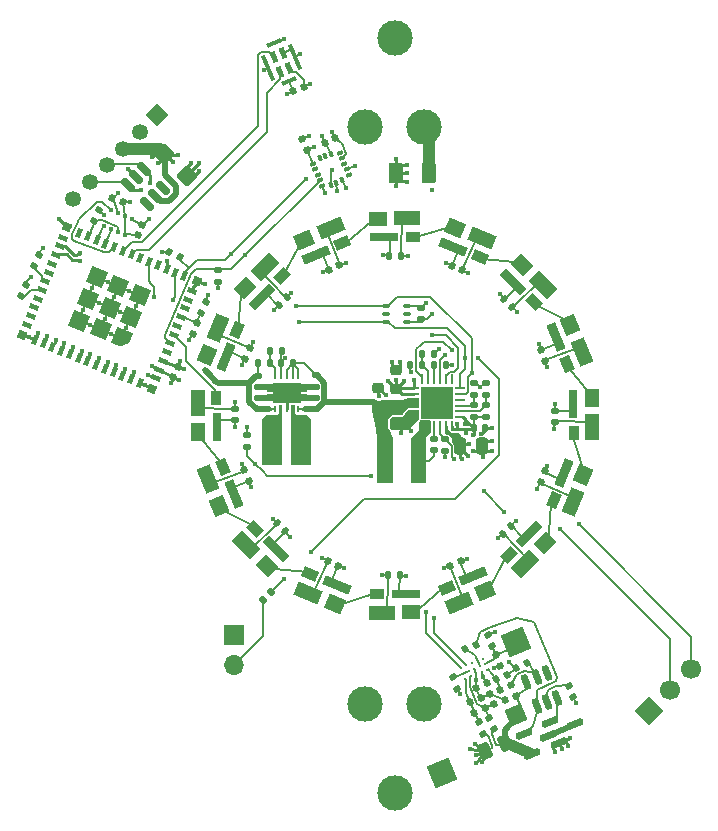
<source format=gtl>
%TF.GenerationSoftware,KiCad,Pcbnew,7.0.7*%
%TF.CreationDate,2023-09-11T21:54:17+02:00*%
%TF.ProjectId,blinkekatze,626c696e-6b65-46b6-9174-7a652e6b6963,rev?*%
%TF.SameCoordinates,Original*%
%TF.FileFunction,Copper,L1,Top*%
%TF.FilePolarity,Positive*%
%FSLAX46Y46*%
G04 Gerber Fmt 4.6, Leading zero omitted, Abs format (unit mm)*
G04 Created by KiCad (PCBNEW 7.0.7) date 2023-09-11 21:54:17*
%MOMM*%
%LPD*%
G01*
G04 APERTURE LIST*
G04 Aperture macros list*
%AMRoundRect*
0 Rectangle with rounded corners*
0 $1 Rounding radius*
0 $2 $3 $4 $5 $6 $7 $8 $9 X,Y pos of 4 corners*
0 Add a 4 corners polygon primitive as box body*
4,1,4,$2,$3,$4,$5,$6,$7,$8,$9,$2,$3,0*
0 Add four circle primitives for the rounded corners*
1,1,$1+$1,$2,$3*
1,1,$1+$1,$4,$5*
1,1,$1+$1,$6,$7*
1,1,$1+$1,$8,$9*
0 Add four rect primitives between the rounded corners*
20,1,$1+$1,$2,$3,$4,$5,0*
20,1,$1+$1,$4,$5,$6,$7,0*
20,1,$1+$1,$6,$7,$8,$9,0*
20,1,$1+$1,$8,$9,$2,$3,0*%
%AMHorizOval*
0 Thick line with rounded ends*
0 $1 width*
0 $2 $3 position (X,Y) of the first rounded end (center of the circle)*
0 $4 $5 position (X,Y) of the second rounded end (center of the circle)*
0 Add line between two ends*
20,1,$1,$2,$3,$4,$5,0*
0 Add two circle primitives to create the rounded ends*
1,1,$1,$2,$3*
1,1,$1,$4,$5*%
%AMRotRect*
0 Rectangle, with rotation*
0 The origin of the aperture is its center*
0 $1 length*
0 $2 width*
0 $3 Rotation angle, in degrees counterclockwise*
0 Add horizontal line*
21,1,$1,$2,0,0,$3*%
%AMOutline4P*
0 Free polygon, 4 corners , with rotation*
0 The origin of the aperture is its center*
0 number of corners: always 4*
0 $1 to $8 corner X, Y*
0 $9 Rotation angle, in degrees counterclockwise*
0 create outline with 4 corners*
4,1,4,$1,$2,$3,$4,$5,$6,$7,$8,$1,$2,$9*%
%AMOutline5P*
0 Free polygon, 5 corners , with rotation*
0 The origin of the aperture is its center*
0 number of corners: always 5*
0 $1 to $10 corner X, Y*
0 $11 Rotation angle, in degrees counterclockwise*
0 create outline with 5 corners*
4,1,5,$1,$2,$3,$4,$5,$6,$7,$8,$9,$10,$1,$2,$11*%
%AMOutline6P*
0 Free polygon, 6 corners , with rotation*
0 The origin of the aperture is its center*
0 number of corners: always 6*
0 $1 to $12 corner X, Y*
0 $13 Rotation angle, in degrees counterclockwise*
0 create outline with 6 corners*
4,1,6,$1,$2,$3,$4,$5,$6,$7,$8,$9,$10,$11,$12,$1,$2,$13*%
%AMOutline7P*
0 Free polygon, 7 corners , with rotation*
0 The origin of the aperture is its center*
0 number of corners: always 7*
0 $1 to $14 corner X, Y*
0 $15 Rotation angle, in degrees counterclockwise*
0 create outline with 7 corners*
4,1,7,$1,$2,$3,$4,$5,$6,$7,$8,$9,$10,$11,$12,$13,$14,$1,$2,$15*%
%AMOutline8P*
0 Free polygon, 8 corners , with rotation*
0 The origin of the aperture is its center*
0 number of corners: always 8*
0 $1 to $16 corner X, Y*
0 $17 Rotation angle, in degrees counterclockwise*
0 create outline with 8 corners*
4,1,8,$1,$2,$3,$4,$5,$6,$7,$8,$9,$10,$11,$12,$13,$14,$15,$16,$1,$2,$17*%
%AMFreePoly0*
4,1,21,-0.125000,1.200000,0.125000,1.200000,0.125000,1.700000,0.375000,1.700000,0.375000,1.200000,0.825000,1.200000,0.825000,-1.200000,0.375000,-1.200000,0.375000,-1.700000,0.125000,-1.700000,0.125000,-1.200000,-0.125000,-1.200000,-0.125000,-1.700000,-0.375000,-1.700000,-0.375000,-1.200000,-0.825000,-1.200000,-0.825000,1.200000,-0.375000,1.200000,-0.375000,1.700000,-0.125000,1.700000,
-0.125000,1.200000,-0.125000,1.200000,$1*%
G04 Aperture macros list end*
%TA.AperFunction,SMDPad,CuDef*%
%ADD10RotRect,1.300000X0.900000X45.000000*%
%TD*%
%TA.AperFunction,SMDPad,CuDef*%
%ADD11RotRect,2.200000X1.200000X45.000000*%
%TD*%
%TA.AperFunction,SMDPad,CuDef*%
%ADD12RotRect,1.500000X1.300000X45.000000*%
%TD*%
%TA.AperFunction,SMDPad,CuDef*%
%ADD13RotRect,2.400000X0.800000X45.000000*%
%TD*%
%TA.AperFunction,SMDPad,CuDef*%
%ADD14R,1.300000X0.900000*%
%TD*%
%TA.AperFunction,SMDPad,CuDef*%
%ADD15R,2.200000X1.200000*%
%TD*%
%TA.AperFunction,SMDPad,CuDef*%
%ADD16R,1.500000X1.300000*%
%TD*%
%TA.AperFunction,SMDPad,CuDef*%
%ADD17R,2.400000X0.800000*%
%TD*%
%TA.AperFunction,SMDPad,CuDef*%
%ADD18RotRect,1.300000X0.900000X67.500000*%
%TD*%
%TA.AperFunction,SMDPad,CuDef*%
%ADD19RotRect,2.200000X1.200000X67.500000*%
%TD*%
%TA.AperFunction,SMDPad,CuDef*%
%ADD20RotRect,1.500000X1.300000X67.500000*%
%TD*%
%TA.AperFunction,SMDPad,CuDef*%
%ADD21RotRect,2.400000X0.800000X67.500000*%
%TD*%
%TA.AperFunction,SMDPad,CuDef*%
%ADD22RotRect,1.300000X0.900000X22.500000*%
%TD*%
%TA.AperFunction,SMDPad,CuDef*%
%ADD23RotRect,2.200000X1.200000X22.500000*%
%TD*%
%TA.AperFunction,SMDPad,CuDef*%
%ADD24RotRect,1.500000X1.300000X22.500000*%
%TD*%
%TA.AperFunction,SMDPad,CuDef*%
%ADD25RotRect,2.400000X0.800000X22.500000*%
%TD*%
%TA.AperFunction,SMDPad,CuDef*%
%ADD26RotRect,1.300000X0.900000X247.500000*%
%TD*%
%TA.AperFunction,SMDPad,CuDef*%
%ADD27RotRect,2.200000X1.200000X247.500000*%
%TD*%
%TA.AperFunction,SMDPad,CuDef*%
%ADD28RotRect,1.500000X1.300000X247.500000*%
%TD*%
%TA.AperFunction,SMDPad,CuDef*%
%ADD29RotRect,2.400000X0.800000X247.500000*%
%TD*%
%TA.AperFunction,SMDPad,CuDef*%
%ADD30RotRect,1.300000X0.900000X337.500000*%
%TD*%
%TA.AperFunction,SMDPad,CuDef*%
%ADD31RotRect,2.200000X1.200000X337.500000*%
%TD*%
%TA.AperFunction,SMDPad,CuDef*%
%ADD32RotRect,1.500000X1.300000X337.500000*%
%TD*%
%TA.AperFunction,SMDPad,CuDef*%
%ADD33RotRect,2.400000X0.800000X337.500000*%
%TD*%
%TA.AperFunction,SMDPad,CuDef*%
%ADD34RotRect,1.300000X0.900000X202.500000*%
%TD*%
%TA.AperFunction,SMDPad,CuDef*%
%ADD35RotRect,2.200000X1.200000X202.500000*%
%TD*%
%TA.AperFunction,SMDPad,CuDef*%
%ADD36RotRect,1.500000X1.300000X202.500000*%
%TD*%
%TA.AperFunction,SMDPad,CuDef*%
%ADD37RotRect,2.400000X0.800000X202.500000*%
%TD*%
%TA.AperFunction,SMDPad,CuDef*%
%ADD38RotRect,1.300000X0.900000X157.500000*%
%TD*%
%TA.AperFunction,SMDPad,CuDef*%
%ADD39RotRect,2.200000X1.200000X157.500000*%
%TD*%
%TA.AperFunction,SMDPad,CuDef*%
%ADD40RotRect,1.500000X1.300000X157.500000*%
%TD*%
%TA.AperFunction,SMDPad,CuDef*%
%ADD41RotRect,2.400000X0.800000X157.500000*%
%TD*%
%TA.AperFunction,SMDPad,CuDef*%
%ADD42RotRect,1.300000X0.900000X225.000000*%
%TD*%
%TA.AperFunction,SMDPad,CuDef*%
%ADD43RotRect,2.200000X1.200000X225.000000*%
%TD*%
%TA.AperFunction,SMDPad,CuDef*%
%ADD44RotRect,1.500000X1.300000X225.000000*%
%TD*%
%TA.AperFunction,SMDPad,CuDef*%
%ADD45RotRect,2.400000X0.800000X225.000000*%
%TD*%
%TA.AperFunction,SMDPad,CuDef*%
%ADD46RotRect,1.300000X0.900000X292.500000*%
%TD*%
%TA.AperFunction,SMDPad,CuDef*%
%ADD47RotRect,2.200000X1.200000X292.500000*%
%TD*%
%TA.AperFunction,SMDPad,CuDef*%
%ADD48RotRect,1.500000X1.300000X292.500000*%
%TD*%
%TA.AperFunction,SMDPad,CuDef*%
%ADD49RotRect,2.400000X0.800000X292.500000*%
%TD*%
%TA.AperFunction,SMDPad,CuDef*%
%ADD50RotRect,1.300000X0.900000X135.000000*%
%TD*%
%TA.AperFunction,SMDPad,CuDef*%
%ADD51RotRect,2.200000X1.200000X135.000000*%
%TD*%
%TA.AperFunction,SMDPad,CuDef*%
%ADD52RotRect,1.500000X1.300000X135.000000*%
%TD*%
%TA.AperFunction,SMDPad,CuDef*%
%ADD53RotRect,2.400000X0.800000X135.000000*%
%TD*%
%TA.AperFunction,SMDPad,CuDef*%
%ADD54R,0.900000X1.300000*%
%TD*%
%TA.AperFunction,SMDPad,CuDef*%
%ADD55R,1.200000X2.200000*%
%TD*%
%TA.AperFunction,SMDPad,CuDef*%
%ADD56R,1.300000X1.500000*%
%TD*%
%TA.AperFunction,SMDPad,CuDef*%
%ADD57R,0.800000X2.400000*%
%TD*%
%TA.AperFunction,SMDPad,CuDef*%
%ADD58RotRect,1.300000X0.900000X315.000000*%
%TD*%
%TA.AperFunction,SMDPad,CuDef*%
%ADD59RotRect,2.200000X1.200000X315.000000*%
%TD*%
%TA.AperFunction,SMDPad,CuDef*%
%ADD60RotRect,1.500000X1.300000X315.000000*%
%TD*%
%TA.AperFunction,SMDPad,CuDef*%
%ADD61RotRect,2.400000X0.800000X315.000000*%
%TD*%
%TA.AperFunction,SMDPad,CuDef*%
%ADD62RotRect,1.300000X0.900000X112.500000*%
%TD*%
%TA.AperFunction,SMDPad,CuDef*%
%ADD63RotRect,2.200000X1.200000X112.500000*%
%TD*%
%TA.AperFunction,SMDPad,CuDef*%
%ADD64RotRect,1.500000X1.300000X112.500000*%
%TD*%
%TA.AperFunction,SMDPad,CuDef*%
%ADD65RotRect,2.400000X0.800000X112.500000*%
%TD*%
%TA.AperFunction,ComponentPad*%
%ADD66RotRect,1.700000X1.700000X135.000000*%
%TD*%
%TA.AperFunction,ComponentPad*%
%ADD67HorizOval,1.700000X0.000000X0.000000X0.000000X0.000000X0*%
%TD*%
%TA.AperFunction,SMDPad,CuDef*%
%ADD68RoundRect,0.135000X0.222580X-0.053927X0.119255X0.195520X-0.222580X0.053927X-0.119255X-0.195520X0*%
%TD*%
%TA.AperFunction,SMDPad,CuDef*%
%ADD69RoundRect,0.087500X-0.139743X-0.152593X0.206712X-0.009086X0.139743X0.152593X-0.206712X0.009086X0*%
%TD*%
%TA.AperFunction,SMDPad,CuDef*%
%ADD70RoundRect,0.087500X-0.009086X-0.206712X0.152593X-0.139743X0.009086X0.206712X-0.152593X0.139743X0*%
%TD*%
%TA.AperFunction,SMDPad,CuDef*%
%ADD71RotRect,0.350000X0.350000X157.500000*%
%TD*%
%TA.AperFunction,SMDPad,CuDef*%
%ADD72R,1.200000X3.700000*%
%TD*%
%TA.AperFunction,SMDPad,CuDef*%
%ADD73RoundRect,0.075000X0.250000X0.075000X-0.250000X0.075000X-0.250000X-0.075000X0.250000X-0.075000X0*%
%TD*%
%TA.AperFunction,SMDPad,CuDef*%
%ADD74RoundRect,0.135000X0.135000X0.185000X-0.135000X0.185000X-0.135000X-0.185000X0.135000X-0.185000X0*%
%TD*%
%TA.AperFunction,SMDPad,CuDef*%
%ADD75RoundRect,0.140000X0.194399X0.103484X-0.064287X0.210635X-0.194399X-0.103484X0.064287X-0.210635X0*%
%TD*%
%TA.AperFunction,ComponentPad*%
%ADD76RotRect,1.350000X1.350000X315.000000*%
%TD*%
%TA.AperFunction,ComponentPad*%
%ADD77HorizOval,1.350000X0.000000X0.000000X0.000000X0.000000X0*%
%TD*%
%TA.AperFunction,SMDPad,CuDef*%
%ADD78RoundRect,0.225000X0.250000X-0.225000X0.250000X0.225000X-0.250000X0.225000X-0.250000X-0.225000X0*%
%TD*%
%TA.AperFunction,SMDPad,CuDef*%
%ADD79RoundRect,0.140000X0.210635X-0.064287X0.103484X0.194399X-0.210635X0.064287X-0.103484X-0.194399X0*%
%TD*%
%TA.AperFunction,SMDPad,CuDef*%
%ADD80RoundRect,0.250000X-0.618718X0.017678X0.017678X-0.618718X0.618718X-0.017678X-0.017678X0.618718X0*%
%TD*%
%TA.AperFunction,SMDPad,CuDef*%
%ADD81RoundRect,0.140000X-0.170000X0.140000X-0.170000X-0.140000X0.170000X-0.140000X0.170000X0.140000X0*%
%TD*%
%TA.AperFunction,SMDPad,CuDef*%
%ADD82RoundRect,0.140000X-0.140000X-0.170000X0.140000X-0.170000X0.140000X0.170000X-0.140000X0.170000X0*%
%TD*%
%TA.AperFunction,SMDPad,CuDef*%
%ADD83RoundRect,0.140000X-0.219203X-0.021213X-0.021213X-0.219203X0.219203X0.021213X0.021213X0.219203X0*%
%TD*%
%TA.AperFunction,SMDPad,CuDef*%
%ADD84RoundRect,0.135000X-0.119255X0.195520X-0.222580X-0.053927X0.119255X-0.195520X0.222580X0.053927X0*%
%TD*%
%TA.AperFunction,SMDPad,CuDef*%
%ADD85RoundRect,0.140000X0.064287X0.210635X-0.194399X0.103484X-0.064287X-0.210635X0.194399X-0.103484X0*%
%TD*%
%TA.AperFunction,SMDPad,CuDef*%
%ADD86RoundRect,0.140000X-0.194399X-0.103484X0.064287X-0.210635X0.194399X0.103484X-0.064287X0.210635X0*%
%TD*%
%TA.AperFunction,SMDPad,CuDef*%
%ADD87RoundRect,0.250000X-0.250000X-0.475000X0.250000X-0.475000X0.250000X0.475000X-0.250000X0.475000X0*%
%TD*%
%TA.AperFunction,SMDPad,CuDef*%
%ADD88RoundRect,0.140000X0.021213X-0.219203X0.219203X-0.021213X-0.021213X0.219203X-0.219203X0.021213X0*%
%TD*%
%TA.AperFunction,SMDPad,CuDef*%
%ADD89RoundRect,0.140000X-0.103484X0.194399X-0.210635X-0.064287X0.103484X-0.194399X0.210635X0.064287X0*%
%TD*%
%TA.AperFunction,SMDPad,CuDef*%
%ADD90RoundRect,0.150000X-0.485377X-0.363408X0.600182X0.086245X0.485377X0.363408X-0.600182X-0.086245X0*%
%TD*%
%TA.AperFunction,SMDPad,CuDef*%
%ADD91RoundRect,0.250000X-0.070311X-0.516200X0.414726X-0.315291X0.070311X0.516200X-0.414726X0.315291X0*%
%TD*%
%TA.AperFunction,SMDPad,CuDef*%
%ADD92RoundRect,0.140000X-0.064287X-0.210635X0.194399X-0.103484X0.064287X0.210635X-0.194399X0.103484X0*%
%TD*%
%TA.AperFunction,SMDPad,CuDef*%
%ADD93RoundRect,0.135000X-0.135000X-0.185000X0.135000X-0.185000X0.135000X0.185000X-0.135000X0.185000X0*%
%TD*%
%TA.AperFunction,SMDPad,CuDef*%
%ADD94RoundRect,0.135000X-0.222580X0.053927X-0.119255X-0.195520X0.222580X-0.053927X0.119255X0.195520X0*%
%TD*%
%TA.AperFunction,SMDPad,CuDef*%
%ADD95RoundRect,0.135000X-0.053927X-0.222580X0.195520X-0.119255X0.053927X0.222580X-0.195520X0.119255X0*%
%TD*%
%TA.AperFunction,SMDPad,CuDef*%
%ADD96RoundRect,0.140000X-0.210635X0.064287X-0.103484X-0.194399X0.210635X-0.064287X0.103484X0.194399X0*%
%TD*%
%TA.AperFunction,ComponentPad*%
%ADD97R,1.700000X1.700000*%
%TD*%
%TA.AperFunction,ComponentPad*%
%ADD98O,1.700000X1.700000*%
%TD*%
%TA.AperFunction,SMDPad,CuDef*%
%ADD99RoundRect,0.140000X-0.021213X0.219203X-0.219203X0.021213X0.021213X-0.219203X0.219203X-0.021213X0*%
%TD*%
%TA.AperFunction,SMDPad,CuDef*%
%ADD100RoundRect,0.135000X0.185000X-0.135000X0.185000X0.135000X-0.185000X0.135000X-0.185000X-0.135000X0*%
%TD*%
%TA.AperFunction,SMDPad,CuDef*%
%ADD101RoundRect,0.250000X0.375000X0.625000X-0.375000X0.625000X-0.375000X-0.625000X0.375000X-0.625000X0*%
%TD*%
%TA.AperFunction,SMDPad,CuDef*%
%ADD102RoundRect,0.140000X0.170000X-0.140000X0.170000X0.140000X-0.170000X0.140000X-0.170000X-0.140000X0*%
%TD*%
%TA.AperFunction,SMDPad,CuDef*%
%ADD103RoundRect,0.135000X0.053927X0.222580X-0.195520X0.119255X-0.053927X-0.222580X0.195520X-0.119255X0*%
%TD*%
%TA.AperFunction,SMDPad,CuDef*%
%ADD104RoundRect,0.225000X-0.250000X0.225000X-0.250000X-0.225000X0.250000X-0.225000X0.250000X0.225000X0*%
%TD*%
%TA.AperFunction,SMDPad,CuDef*%
%ADD105RoundRect,0.140000X0.140000X0.170000X-0.140000X0.170000X-0.140000X-0.170000X0.140000X-0.170000X0*%
%TD*%
%TA.AperFunction,SMDPad,CuDef*%
%ADD106RoundRect,0.150000X0.334707X-0.416086X-0.057543X0.530891X-0.334707X0.416086X0.057543X-0.530891X0*%
%TD*%
%TA.AperFunction,SMDPad,CuDef*%
%ADD107RotRect,0.800000X0.400000X157.500000*%
%TD*%
%TA.AperFunction,SMDPad,CuDef*%
%ADD108RotRect,0.800000X0.400000X247.500000*%
%TD*%
%TA.AperFunction,SMDPad,CuDef*%
%ADD109Outline5P,-0.725000X0.145000X-0.145000X0.725000X0.725000X0.725000X0.725000X-0.725000X-0.725000X-0.725000X157.500000*%
%TD*%
%TA.AperFunction,SMDPad,CuDef*%
%ADD110RotRect,1.450000X1.450000X157.500000*%
%TD*%
%TA.AperFunction,SMDPad,CuDef*%
%ADD111Outline4P,-0.350000X-0.350000X0.350000X-0.350000X0.350000X0.350000X-0.350000X0.350000X157.500000*%
%TD*%
%TA.AperFunction,SMDPad,CuDef*%
%ADD112RotRect,1.500000X1.500000X22.500000*%
%TD*%
%TA.AperFunction,SMDPad,CuDef*%
%ADD113R,0.240000X0.600000*%
%TD*%
%TA.AperFunction,ComponentPad*%
%ADD114C,0.600000*%
%TD*%
%TA.AperFunction,SMDPad,CuDef*%
%ADD115FreePoly0,90.000000*%
%TD*%
%TA.AperFunction,SMDPad,CuDef*%
%ADD116RoundRect,0.135000X-0.195520X-0.119255X0.053927X-0.222580X0.195520X0.119255X-0.053927X0.222580X0*%
%TD*%
%TA.AperFunction,SMDPad,CuDef*%
%ADD117RoundRect,0.062500X0.350000X0.062500X-0.350000X0.062500X-0.350000X-0.062500X0.350000X-0.062500X0*%
%TD*%
%TA.AperFunction,SMDPad,CuDef*%
%ADD118RoundRect,0.062500X0.062500X0.350000X-0.062500X0.350000X-0.062500X-0.350000X0.062500X-0.350000X0*%
%TD*%
%TA.AperFunction,SMDPad,CuDef*%
%ADD119R,2.700000X2.700000*%
%TD*%
%TA.AperFunction,SMDPad,CuDef*%
%ADD120RoundRect,0.140000X0.103484X-0.194399X0.210635X0.064287X-0.103484X0.194399X-0.210635X-0.064287X0*%
%TD*%
%TA.AperFunction,SMDPad,CuDef*%
%ADD121RoundRect,0.140000X0.219203X0.021213X0.021213X0.219203X-0.219203X-0.021213X-0.021213X-0.219203X0*%
%TD*%
%TA.AperFunction,SMDPad,CuDef*%
%ADD122C,0.245000*%
%TD*%
%TA.AperFunction,SMDPad,CuDef*%
%ADD123RotRect,0.450000X0.950000X22.500000*%
%TD*%
%TA.AperFunction,SMDPad,CuDef*%
%ADD124RotRect,0.350000X2.300000X22.500000*%
%TD*%
%TA.AperFunction,SMDPad,CuDef*%
%ADD125RotRect,1.300000X0.350000X22.500000*%
%TD*%
%TA.AperFunction,SMDPad,CuDef*%
%ADD126RotRect,2.000000X2.000000X22.500000*%
%TD*%
%TA.AperFunction,SMDPad,CuDef*%
%ADD127RoundRect,0.150000X-0.468458X0.256326X0.256326X-0.468458X0.468458X-0.256326X-0.256326X0.468458X0*%
%TD*%
%TA.AperFunction,SMDPad,CuDef*%
%ADD128RoundRect,0.135000X-0.035355X0.226274X-0.226274X0.035355X0.035355X-0.226274X0.226274X-0.035355X0*%
%TD*%
%TA.AperFunction,ComponentPad*%
%ADD129C,3.000000*%
%TD*%
%TA.AperFunction,ViaPad*%
%ADD130C,0.450000*%
%TD*%
%TA.AperFunction,Conductor*%
%ADD131C,0.127000*%
%TD*%
%TA.AperFunction,Conductor*%
%ADD132C,0.500000*%
%TD*%
%TA.AperFunction,Conductor*%
%ADD133C,0.250000*%
%TD*%
%TA.AperFunction,Conductor*%
%ADD134C,0.280000*%
%TD*%
%TA.AperFunction,Conductor*%
%ADD135C,1.000000*%
%TD*%
G04 APERTURE END LIST*
D10*
%TO.P,D15,1,DIN*%
%TO.N,Net-(D14-DOUT)*%
X90411701Y-88190381D03*
D11*
%TO.P,D15,2,VDD*%
%TO.N,/Charger/VLED*%
X88997487Y-87412563D03*
D12*
%TO.P,D15,3,DOUT*%
%TO.N,Net-(D15-DOUT)*%
X87300431Y-89180330D03*
D13*
%TO.P,D15,4,VSS*%
%TO.N,GND*%
X88714645Y-89958148D03*
%TD*%
D14*
%TO.P,D13,1,DIN*%
%TO.N,Net-(D12-DOUT)*%
X101500000Y-84850000D03*
D15*
%TO.P,D13,2,VDD*%
%TO.N,/Charger/VLED*%
X101050000Y-83300000D03*
D16*
%TO.P,D13,3,DOUT*%
%TO.N,Net-(D13-DOUT)*%
X98600000Y-83350000D03*
D17*
%TO.P,D13,4,VSS*%
%TO.N,GND*%
X99050000Y-84900000D03*
%TD*%
D18*
%TO.P,D16,1,DIN*%
%TO.N,Net-(D15-DOUT)*%
X86609323Y-92789462D03*
D19*
%TO.P,D16,2,VDD*%
%TO.N,/Charger/VLED*%
X85005102Y-92612048D03*
D20*
%TO.P,D16,3,DOUT*%
%TO.N,unconnected-(D16-DOUT-Pad3)*%
X84113721Y-94894687D03*
D21*
%TO.P,D16,4,VSS*%
%TO.N,GND*%
X85717942Y-95072101D03*
%TD*%
D22*
%TO.P,D14,1,DIN*%
%TO.N,Net-(D13-DOUT)*%
X95561100Y-85411272D03*
D23*
%TO.P,D14,2,VDD*%
%TO.N,/Charger/VLED*%
X94552195Y-84151467D03*
D24*
%TO.P,D14,3,DOUT*%
%TO.N,Net-(D14-DOUT)*%
X92307824Y-85135235D03*
D25*
%TO.P,D14,4,VSS*%
%TO.N,GND*%
X93316730Y-86395041D03*
%TD*%
D26*
%TO.P,D8,1,DIN*%
%TO.N,Net-(D7-DOUT)*%
X113440677Y-107160538D03*
D27*
%TO.P,D8,2,VDD*%
%TO.N,/Charger/VLED*%
X115044898Y-107337952D03*
D28*
%TO.P,D8,3,DOUT*%
%TO.N,Net-(D8-DOUT)*%
X115936279Y-105055313D03*
D29*
%TO.P,D8,4,VSS*%
%TO.N,GND*%
X114332058Y-104877899D03*
%TD*%
D30*
%TO.P,D12,1,DIN*%
%TO.N,Net-(D11-DOUT)*%
X107210538Y-86609323D03*
D31*
%TO.P,D12,2,VDD*%
%TO.N,/Charger/VLED*%
X107387952Y-85005102D03*
D32*
%TO.P,D12,3,DOUT*%
%TO.N,Net-(D12-DOUT)*%
X105105313Y-84113721D03*
D33*
%TO.P,D12,4,VSS*%
%TO.N,GND*%
X104927899Y-85717942D03*
%TD*%
D34*
%TO.P,D6,1,DIN*%
%TO.N,Net-(D5-DOUT)*%
X104388900Y-114588728D03*
D35*
%TO.P,D6,2,VDD*%
%TO.N,/Charger/VLED*%
X105397805Y-115848533D03*
D36*
%TO.P,D6,3,DOUT*%
%TO.N,Net-(D6-DOUT)*%
X107642176Y-114864765D03*
D37*
%TO.P,D6,4,VSS*%
%TO.N,GND*%
X106633270Y-113604959D03*
%TD*%
D38*
%TO.P,D4,1,DIN*%
%TO.N,Net-(D3-DOUT)*%
X92789462Y-113440677D03*
D39*
%TO.P,D4,2,VDD*%
%TO.N,/Charger/VLED*%
X92612048Y-115044898D03*
D40*
%TO.P,D4,3,DOUT*%
%TO.N,Net-(D4-DOUT)*%
X94894687Y-115936279D03*
D41*
%TO.P,D4,4,VSS*%
%TO.N,GND*%
X95072101Y-114332058D03*
%TD*%
D42*
%TO.P,D7,1,DIN*%
%TO.N,Net-(D6-DOUT)*%
X109638299Y-111809619D03*
D43*
%TO.P,D7,2,VDD*%
%TO.N,/Charger/VLED*%
X111052513Y-112587437D03*
D44*
%TO.P,D7,3,DOUT*%
%TO.N,Net-(D7-DOUT)*%
X112749569Y-110819670D03*
D45*
%TO.P,D7,4,VSS*%
%TO.N,GND*%
X111335355Y-110041852D03*
%TD*%
D46*
%TO.P,D10,1,DIN*%
%TO.N,Net-(D10-DIN)*%
X114588728Y-95611100D03*
D47*
%TO.P,D10,2,VDD*%
%TO.N,/Charger/VLED*%
X115848533Y-94602195D03*
D48*
%TO.P,D10,3,DOUT*%
%TO.N,Net-(D10-DOUT)*%
X114864765Y-92357824D03*
D49*
%TO.P,D10,4,VSS*%
%TO.N,GND*%
X113604959Y-93366730D03*
%TD*%
D50*
%TO.P,D3,1,DIN*%
%TO.N,Net-(D2-DOUT)*%
X88190381Y-109588299D03*
D51*
%TO.P,D3,2,VDD*%
%TO.N,/Charger/VLED*%
X87412563Y-111002513D03*
D52*
%TO.P,D3,3,DOUT*%
%TO.N,Net-(D3-DOUT)*%
X89180330Y-112699569D03*
D53*
%TO.P,D3,4,VSS*%
%TO.N,GND*%
X89958148Y-111285355D03*
%TD*%
D54*
%TO.P,D1,1,DIN*%
%TO.N,/LEDs/DIN*%
X84850000Y-98500000D03*
D55*
%TO.P,D1,2,VDD*%
%TO.N,/Charger/VLED*%
X83300000Y-98950000D03*
D56*
%TO.P,D1,3,DOUT*%
%TO.N,Net-(D1-DOUT)*%
X83350000Y-101400000D03*
D57*
%TO.P,D1,4,VSS*%
%TO.N,GND*%
X84900000Y-100950000D03*
%TD*%
D14*
%TO.P,D5,1,DIN*%
%TO.N,Net-(D4-DOUT)*%
X98500000Y-115150000D03*
D15*
%TO.P,D5,2,VDD*%
%TO.N,/Charger/VLED*%
X98950000Y-116700000D03*
D16*
%TO.P,D5,3,DOUT*%
%TO.N,Net-(D5-DOUT)*%
X101400000Y-116650000D03*
D17*
%TO.P,D5,4,VSS*%
%TO.N,GND*%
X100950000Y-115100000D03*
%TD*%
D54*
%TO.P,D9,1,DIN*%
%TO.N,Net-(D8-DOUT)*%
X115150000Y-101450000D03*
D55*
%TO.P,D9,2,VDD*%
%TO.N,/Charger/VLED*%
X116700000Y-101000000D03*
D56*
%TO.P,D9,3,DOUT*%
%TO.N,Net-(D10-DIN)*%
X116650000Y-98550000D03*
D57*
%TO.P,D9,4,VSS*%
%TO.N,GND*%
X115100000Y-99000000D03*
%TD*%
D58*
%TO.P,D11,1,DIN*%
%TO.N,Net-(D10-DOUT)*%
X111759619Y-90361701D03*
D59*
%TO.P,D11,2,VDD*%
%TO.N,/Charger/VLED*%
X112537437Y-88947487D03*
D60*
%TO.P,D11,3,DOUT*%
%TO.N,Net-(D11-DOUT)*%
X110769670Y-87250431D03*
D61*
%TO.P,D11,4,VSS*%
%TO.N,GND*%
X109991852Y-88664645D03*
%TD*%
D62*
%TO.P,D2,1,DIN*%
%TO.N,Net-(D1-DOUT)*%
X85411272Y-104388900D03*
D63*
%TO.P,D2,2,VDD*%
%TO.N,/Charger/VLED*%
X84151467Y-105397805D03*
D64*
%TO.P,D2,3,DOUT*%
%TO.N,Net-(D2-DOUT)*%
X85135235Y-107642176D03*
D65*
%TO.P,D2,4,VSS*%
%TO.N,GND*%
X86395041Y-106633270D03*
%TD*%
D66*
%TO.P,J3,1,Pin_1*%
%TO.N,GND*%
X121477498Y-125054902D03*
D67*
%TO.P,J3,2,Pin_2*%
%TO.N,/Battery/SCL*%
X123273549Y-123258851D03*
%TO.P,J3,3,Pin_3*%
%TO.N,/Battery/SDA*%
X125069600Y-121462800D03*
%TD*%
D68*
%TO.P,R6,1*%
%TO.N,Net-(Q1-S)*%
X108354952Y-126567013D03*
%TO.P,R6,2*%
%TO.N,Net-(U2-SRN)*%
X107964614Y-125624655D03*
%TD*%
D69*
%TO.P,U10,1,VDD_IO*%
%TO.N,+3V3*%
X93071128Y-78689816D03*
%TO.P,U10,2,NC*%
%TO.N,unconnected-(U10-NC-Pad2)*%
X93262470Y-79151755D03*
%TO.P,U10,3,NC*%
%TO.N,unconnected-(U10-NC-Pad3)*%
X93453812Y-79613695D03*
%TO.P,U10,4,SCL/SPC*%
%TO.N,/Battery/SCL*%
X93645153Y-80075635D03*
%TO.P,U10,5,GND*%
%TO.N,GND*%
X93836495Y-80537575D03*
D70*
%TO.P,U10,6,SDA/SDI/SDO*%
%TO.N,/Battery/SDA*%
X94592411Y-80468002D03*
%TO.P,U10,7,SDO/SA0*%
%TO.N,GND*%
X95054351Y-80276660D03*
%TO.P,U10,8,CS*%
%TO.N,+3V3*%
X95516291Y-80085319D03*
D69*
%TO.P,U10,9,INT2*%
%TO.N,unconnected-(U10-INT2-Pad9)*%
X96100000Y-79600000D03*
%TO.P,U10,10,GND*%
%TO.N,GND*%
X95908658Y-79138061D03*
%TO.P,U10,11,INT1*%
%TO.N,unconnected-(U10-INT1-Pad11)*%
X95717316Y-78676121D03*
%TO.P,U10,12,GND*%
%TO.N,GND*%
X95525975Y-78214181D03*
%TO.P,U10,13,ADC3*%
%TO.N,unconnected-(U10-ADC3-Pad13)*%
X95334633Y-77752241D03*
D70*
%TO.P,U10,14,VDD*%
%TO.N,+3V3*%
X94578717Y-77821814D03*
%TO.P,U10,15,ADC2*%
%TO.N,unconnected-(U10-ADC2-Pad15)*%
X94116777Y-78013156D03*
%TO.P,U10,16,ADC1*%
%TO.N,unconnected-(U10-ADC1-Pad16)*%
X93654837Y-78204497D03*
%TD*%
D71*
%TO.P,U5,1,GND*%
%TO.N,GND*%
X77173337Y-84692929D03*
%TO.P,U5,2,CSB*%
%TO.N,Net-(U1-IO9)*%
X76572815Y-84444185D03*
%TO.P,U5,3,SDA*%
%TO.N,Net-(U1-IO7)*%
X75972294Y-84195441D03*
%TO.P,U5,4,SCK*%
%TO.N,Net-(U1-IO8)*%
X75371772Y-83946696D03*
%TO.P,U5,5,SDO*%
%TO.N,Net-(U1-IO6)*%
X75926663Y-82607071D03*
%TO.P,U5,6,VDDIO*%
%TO.N,+3V3*%
X76527185Y-82855815D03*
%TO.P,U5,7,GND*%
%TO.N,GND*%
X77127706Y-83104559D03*
%TO.P,U5,8,VDD*%
%TO.N,+3V3*%
X77728228Y-83353304D03*
%TD*%
D72*
%TO.P,L4,1*%
%TO.N,Net-(U9-L1)*%
X92235000Y-102275000D03*
%TO.P,L4,2*%
%TO.N,Net-(U9-L2)*%
X89435000Y-102275000D03*
%TD*%
D73*
%TO.P,U7,1,VDD*%
%TO.N,+3V3*%
X101050000Y-92050000D03*
%TO.P,U7,2,NC*%
%TO.N,unconnected-(U7-NC-Pad2)*%
X101050000Y-91400000D03*
%TO.P,U7,3,GND*%
%TO.N,GND*%
X101050000Y-90750000D03*
%TO.P,U7,4,SCL*%
%TO.N,/Battery/SCL*%
X99250000Y-90750000D03*
%TO.P,U7,5,INT*%
%TO.N,unconnected-(U7-INT-Pad5)*%
X99250000Y-91400000D03*
%TO.P,U7,6,SDA*%
%TO.N,/Battery/SDA*%
X99250000Y-92050000D03*
%TD*%
D74*
%TO.P,R14,1*%
%TO.N,Net-(U8-TS)*%
X102322502Y-95750000D03*
%TO.P,R14,2*%
%TO.N,GND*%
X101302502Y-95750000D03*
%TD*%
D75*
%TO.P,C5,1*%
%TO.N,GND*%
X95186924Y-112707376D03*
%TO.P,C5,2*%
%TO.N,/Charger/VLED*%
X94300000Y-112340000D03*
%TD*%
D76*
%TO.P,J2,1,Pin_1*%
%TO.N,/Logic/LED1*%
X79848427Y-74571573D03*
D77*
%TO.P,J2,2,Pin_2*%
%TO.N,/Logic/LED2*%
X78434213Y-75985787D03*
%TO.P,J2,3,Pin_3*%
%TO.N,VBUS*%
X77020000Y-77400000D03*
%TO.P,J2,4,Pin_4*%
%TO.N,/Logic/USB_D+*%
X75605786Y-78814214D03*
%TO.P,J2,5,Pin_5*%
%TO.N,/Logic/USB_D-*%
X74191573Y-80228427D03*
%TO.P,J2,6,Pin_6*%
%TO.N,GND*%
X72777359Y-81642641D03*
%TD*%
D78*
%TO.P,C32,1*%
%TO.N,/VBAT*%
X100112502Y-97725000D03*
%TO.P,C32,2*%
%TO.N,GND*%
X100112502Y-96175000D03*
%TD*%
D79*
%TO.P,C26,1*%
%TO.N,Net-(Q1-S)*%
X110217376Y-123736924D03*
%TO.P,C26,2*%
%TO.N,Net-(U4-VDD)*%
X109850000Y-122850000D03*
%TD*%
D80*
%TO.P,C17,1*%
%TO.N,VBUS*%
X80493655Y-77815406D03*
%TO.P,C17,2*%
%TO.N,GND*%
X82402843Y-79724594D03*
%TD*%
D81*
%TO.P,C72,1*%
%TO.N,GND*%
X93334999Y-98514999D03*
%TO.P,C72,2*%
%TO.N,/Charger/VSYS*%
X93334999Y-99474999D03*
%TD*%
D82*
%TO.P,C73,1*%
%TO.N,GND*%
X90375000Y-95574999D03*
%TO.P,C73,2*%
%TO.N,/Charger/VSYS*%
X91335000Y-95574999D03*
%TD*%
D83*
%TO.P,C12,1*%
%TO.N,GND*%
X109270589Y-90170589D03*
%TO.P,C12,2*%
%TO.N,/Charger/VLED*%
X109949411Y-90849411D03*
%TD*%
D81*
%TO.P,C74,1*%
%TO.N,GND*%
X88375000Y-98515001D03*
%TO.P,C74,2*%
%TO.N,+3V3*%
X88375000Y-99475001D03*
%TD*%
D84*
%TO.P,R19,1*%
%TO.N,/Logic/LED2*%
X68765169Y-88968821D03*
%TO.P,R19,2*%
%TO.N,Net-(U1-TXD0)*%
X68374831Y-89911179D03*
%TD*%
D85*
%TO.P,C20,1*%
%TO.N,GND1*%
X107252823Y-123906239D03*
%TO.P,C20,2*%
%TO.N,Net-(U2-SRP)*%
X106365899Y-124273615D03*
%TD*%
%TO.P,C68,1*%
%TO.N,+3V3*%
X92293462Y-72166312D03*
%TO.P,C68,2*%
%TO.N,GND*%
X91406538Y-72533688D03*
%TD*%
D86*
%TO.P,C13,1*%
%TO.N,GND*%
X104826538Y-87346312D03*
%TO.P,C13,2*%
%TO.N,/Charger/VLED*%
X105713462Y-87713688D03*
%TD*%
D87*
%TO.P,C28,1*%
%TO.N,/Charger/VLED*%
X105512502Y-102575000D03*
%TO.P,C28,2*%
%TO.N,GND*%
X107412502Y-102575000D03*
%TD*%
D88*
%TO.P,C16,1*%
%TO.N,GND*%
X90190589Y-90679411D03*
%TO.P,C16,2*%
%TO.N,/Charger/VLED*%
X90869411Y-90000589D03*
%TD*%
D89*
%TO.P,C9,1*%
%TO.N,GND*%
X112713688Y-104736538D03*
%TO.P,C9,2*%
%TO.N,/Charger/VLED*%
X112346312Y-105623462D03*
%TD*%
D90*
%TO.P,Q1,1,G*%
%TO.N,Net-(Q1-G)*%
X110904177Y-126939846D03*
%TO.P,Q1,2,S*%
%TO.N,Net-(Q1-S)*%
X111631275Y-128695217D03*
%TO.P,Q1,3,D*%
%TO.N,Net-(Q1-D)*%
X113000000Y-127100000D03*
%TD*%
D91*
%TO.P,R4,1*%
%TO.N,GND1*%
X107604997Y-128382178D03*
%TO.P,R4,2*%
%TO.N,Net-(Q1-S)*%
X109291077Y-127683780D03*
%TD*%
D92*
%TO.P,C21,1*%
%TO.N,Net-(U2-SRP)*%
X106710970Y-125158954D03*
%TO.P,C21,2*%
%TO.N,Net-(U2-SRN)*%
X107597894Y-124791578D03*
%TD*%
D93*
%TO.P,R48,1*%
%TO.N,+3V3*%
X88425001Y-95575000D03*
%TO.P,R48,2*%
%TO.N,Net-(U9-FB)*%
X89445001Y-95575000D03*
%TD*%
D94*
%TO.P,R9,1*%
%TO.N,Net-(U2-TS)*%
X104910294Y-122170565D03*
%TO.P,R9,2*%
%TO.N,Net-(U2-VCC)*%
X105300632Y-123112923D03*
%TD*%
D95*
%TO.P,R11,1*%
%TO.N,+BATT*%
X110228821Y-121345169D03*
%TO.P,R11,2*%
%TO.N,Net-(U4-VDD)*%
X111171179Y-120954831D03*
%TD*%
D96*
%TO.P,C23,1*%
%TO.N,Net-(U2-BAT)*%
X108571915Y-120296683D03*
%TO.P,C23,2*%
%TO.N,GND1*%
X108939291Y-121183607D03*
%TD*%
D97*
%TO.P,J1,1,Pin_1*%
%TO.N,/Charger/PWR_ON*%
X86350000Y-118575000D03*
D98*
%TO.P,J1,2,Pin_2*%
%TO.N,Net-(J1-Pin_2)*%
X86350000Y-121115000D03*
%TD*%
D78*
%TO.P,C31,1*%
%TO.N,/Charger/VSYS*%
X98612502Y-99225000D03*
%TO.P,C31,2*%
%TO.N,GND*%
X98612502Y-97675000D03*
%TD*%
D99*
%TO.P,C8,1*%
%TO.N,GND*%
X109829411Y-109310589D03*
%TO.P,C8,2*%
%TO.N,/Charger/VLED*%
X109150589Y-109989411D03*
%TD*%
D100*
%TO.P,R15,1*%
%TO.N,Net-(U8-D+)*%
X107712502Y-98245000D03*
%TO.P,R15,2*%
%TO.N,GND*%
X107712502Y-97225000D03*
%TD*%
D101*
%TO.P,F1,1*%
%TO.N,+BATT*%
X102875000Y-79450000D03*
%TO.P,F1,2*%
%TO.N,/VBAT*%
X100075000Y-79450000D03*
%TD*%
D85*
%TO.P,C7,1*%
%TO.N,GND*%
X105566924Y-112342624D03*
%TO.P,C7,2*%
%TO.N,/Charger/VLED*%
X104680000Y-112710000D03*
%TD*%
D82*
%TO.P,C14,1*%
%TO.N,GND*%
X99540000Y-86460000D03*
%TO.P,C14,2*%
%TO.N,/Charger/VLED*%
X100500000Y-86460000D03*
%TD*%
D102*
%TO.P,C2,1*%
%TO.N,GND*%
X86450000Y-100410000D03*
%TO.P,C2,2*%
%TO.N,/Charger/VLED*%
X86450000Y-99450000D03*
%TD*%
D103*
%TO.P,R12,1*%
%TO.N,Net-(Q1-G)*%
X106863761Y-119413107D03*
%TO.P,R12,2*%
%TO.N,/Battery/DSG*%
X105921403Y-119803445D03*
%TD*%
D102*
%TO.P,C71,1*%
%TO.N,GND*%
X93335000Y-97555000D03*
%TO.P,C71,2*%
%TO.N,/Charger/VSYS*%
X93335000Y-96595000D03*
%TD*%
D100*
%TO.P,R46,1*%
%TO.N,+3V3*%
X85000000Y-88660000D03*
%TO.P,R46,2*%
%TO.N,/Battery/SCL*%
X85000000Y-87640000D03*
%TD*%
D104*
%TO.P,C30,1*%
%TO.N,/Charger/VSYS*%
X100112502Y-99175000D03*
%TO.P,C30,2*%
%TO.N,GND*%
X100112502Y-100725000D03*
%TD*%
D100*
%TO.P,R18,1*%
%TO.N,VBUS*%
X106712501Y-100165000D03*
%TO.P,R18,2*%
%TO.N,Net-(U8-D-)*%
X106712501Y-99145000D03*
%TD*%
D105*
%TO.P,C6,1*%
%TO.N,GND*%
X100410000Y-113530000D03*
%TO.P,C6,2*%
%TO.N,/Charger/VLED*%
X99450000Y-113530000D03*
%TD*%
D106*
%TO.P,U4,1,DO*%
%TO.N,Net-(Q1-G)*%
X111994629Y-124627097D03*
%TO.P,U4,2,VM*%
%TO.N,Net-(U4-VM)*%
X112872314Y-124263548D03*
%TO.P,U4,3,CO*%
%TO.N,Net-(Q2-G)*%
X113750000Y-123899999D03*
%TO.P,U4,4,NC*%
%TO.N,unconnected-(U4-NC-Pad4)*%
X112879395Y-121798173D03*
%TO.P,U4,5,VDD*%
%TO.N,Net-(U4-VDD)*%
X112001710Y-122161722D03*
%TO.P,U4,6,VSS*%
%TO.N,Net-(Q1-S)*%
X111124024Y-122525271D03*
%TD*%
D107*
%TO.P,U1,1,GND*%
%TO.N,GND*%
X79760384Y-96843480D03*
%TO.P,U1,2,GND*%
X80066530Y-96104377D03*
%TO.P,U1,3,3V3*%
%TO.N,+3V3*%
X80372677Y-95365273D03*
%TO.P,U1,4*%
%TO.N,N/C*%
X80678824Y-94626170D03*
%TO.P,U1,5,IO2*%
%TO.N,/Battery/SCL*%
X80984970Y-93887066D03*
%TO.P,U1,6,IO3*%
%TO.N,/LEDs/DIN*%
X81291117Y-93147962D03*
%TO.P,U1,7*%
%TO.N,N/C*%
X81597264Y-92408859D03*
%TO.P,U1,8,EN*%
%TO.N,Net-(U1-EN)*%
X81903411Y-91669755D03*
%TO.P,U1,9*%
%TO.N,N/C*%
X82209557Y-90930651D03*
%TO.P,U1,10*%
X82515704Y-90191548D03*
%TO.P,U1,11,GND*%
%TO.N,GND*%
X82821851Y-89452444D03*
D108*
%TO.P,U1,12,IO0*%
%TO.N,/Battery/SDA*%
X82149999Y-88200001D03*
%TO.P,U1,13,IO1*%
%TO.N,/Charger/~{CHARGE_ENABLE}*%
X81410895Y-87893854D03*
%TO.P,U1,14,GND*%
%TO.N,GND*%
X80671791Y-87587707D03*
%TO.P,U1,15*%
%TO.N,N/C*%
X79932688Y-87281561D03*
%TO.P,U1,16,IO10*%
%TO.N,Net-(U1-IO10)*%
X79193584Y-86975414D03*
%TO.P,U1,17*%
%TO.N,N/C*%
X78454480Y-86669267D03*
%TO.P,U1,18,IO4*%
%TO.N,Net-(U1-IO4)*%
X77715377Y-86363120D03*
%TO.P,U1,19,IO5*%
%TO.N,Net-(U1-IO5)*%
X76976273Y-86056974D03*
%TO.P,U1,20,IO6*%
%TO.N,Net-(U1-IO6)*%
X76237170Y-85750827D03*
%TO.P,U1,21,IO7*%
%TO.N,Net-(U1-IO7)*%
X75498066Y-85444680D03*
%TO.P,U1,22,IO8*%
%TO.N,Net-(U1-IO8)*%
X74758962Y-85138533D03*
%TO.P,U1,23,IO9*%
%TO.N,Net-(U1-IO9)*%
X74019859Y-84832387D03*
%TO.P,U1,24*%
%TO.N,N/C*%
X73280755Y-84526240D03*
D107*
%TO.P,U1,25*%
X71920072Y-84936780D03*
%TO.P,U1,26,IO18/D-*%
%TO.N,/Logic/USB_D-*%
X71613926Y-85675883D03*
%TO.P,U1,27,IO19/D+*%
%TO.N,/Logic/USB_D+*%
X71307779Y-86414987D03*
%TO.P,U1,28*%
%TO.N,N/C*%
X71001632Y-87154090D03*
%TO.P,U1,29*%
X70695486Y-87893194D03*
%TO.P,U1,30,RXD0*%
%TO.N,Net-(U1-RXD0)*%
X70389339Y-88632298D03*
%TO.P,U1,31,TXD0*%
%TO.N,Net-(U1-TXD0)*%
X70083192Y-89371401D03*
%TO.P,U1,32*%
%TO.N,N/C*%
X69777045Y-90110505D03*
%TO.P,U1,33*%
X69470899Y-90849609D03*
%TO.P,U1,34*%
X69164752Y-91588712D03*
%TO.P,U1,35*%
X68858605Y-92327816D03*
D108*
%TO.P,U1,36,GND*%
%TO.N,GND*%
X69530457Y-93580259D03*
%TO.P,U1,37,GND*%
X70269561Y-93886406D03*
%TO.P,U1,38,GND*%
X71008665Y-94192553D03*
%TO.P,U1,39,GND*%
X71747768Y-94498699D03*
%TO.P,U1,40,GND*%
X72486872Y-94804846D03*
%TO.P,U1,41,GND*%
X73225976Y-95110993D03*
%TO.P,U1,42,GND*%
X73965079Y-95417140D03*
%TO.P,U1,43,GND*%
X74704183Y-95723286D03*
%TO.P,U1,44,GND*%
X75443286Y-96029433D03*
%TO.P,U1,45,GND*%
X76182390Y-96335580D03*
%TO.P,U1,46,GND*%
X76921494Y-96641727D03*
%TO.P,U1,47,GND*%
X77660597Y-96947873D03*
%TO.P,U1,48,GND*%
X78399701Y-97254020D03*
D109*
%TO.P,U1,49,GND*%
X76909090Y-93470592D03*
D110*
X77664890Y-91645930D03*
X78420690Y-89821268D03*
X75084428Y-92714792D03*
X75840228Y-90890130D03*
X76596028Y-89065468D03*
X73259766Y-91958992D03*
X74015566Y-90134330D03*
X74771366Y-88309668D03*
D111*
%TO.P,U1,50,GND*%
X68448862Y-93186367D03*
%TO.P,U1,51,GND*%
X72237428Y-84039960D03*
%TO.P,U1,52,GND*%
X83231594Y-88593893D03*
%TO.P,U1,53,GND*%
X79443028Y-97740300D03*
%TD*%
D103*
%TO.P,R10,1*%
%TO.N,+BATT*%
X109531569Y-121934078D03*
%TO.P,R10,2*%
%TO.N,Net-(U2-REGIN)*%
X108589211Y-122324416D03*
%TD*%
D89*
%TO.P,C70,1*%
%TO.N,+3V3*%
X78633688Y-83856538D03*
%TO.P,C70,2*%
%TO.N,GND*%
X78266312Y-84743462D03*
%TD*%
D112*
%TO.P,TP5,1,1*%
%TO.N,Net-(Q1-S)*%
X110288260Y-125354900D03*
%TD*%
D102*
%TO.P,C67,1*%
%TO.N,+3V3*%
X102190001Y-91849995D03*
%TO.P,C67,2*%
%TO.N,GND*%
X102190001Y-90889995D03*
%TD*%
%TO.P,C27,1*%
%TO.N,Net-(C27-Pad1)*%
X103312500Y-102955000D03*
%TO.P,C27,2*%
%TO.N,Net-(U8-BTST)*%
X103312500Y-101995000D03*
%TD*%
D113*
%TO.P,U9,1,VOUT*%
%TO.N,+3V3*%
X89835000Y-99475000D03*
%TO.P,U9,2,L2*%
%TO.N,Net-(U9-L2)*%
X90335000Y-99475000D03*
%TO.P,U9,3,PGND*%
%TO.N,GND*%
X90835000Y-99475000D03*
%TO.P,U9,4,L1*%
%TO.N,Net-(U9-L1)*%
X91335000Y-99475000D03*
%TO.P,U9,5,VIN*%
%TO.N,/Charger/VSYS*%
X91835000Y-99475000D03*
%TO.P,U9,6,EN*%
X91835000Y-96675000D03*
%TO.P,U9,7,PS/SYNC*%
X91335000Y-96675000D03*
%TO.P,U9,8,VINA*%
X90835000Y-96675000D03*
%TO.P,U9,9,GND*%
%TO.N,GND*%
X90335000Y-96675000D03*
%TO.P,U9,10,FB*%
%TO.N,Net-(U9-FB)*%
X89835000Y-96675000D03*
D114*
%TO.P,U9,11,PGND*%
%TO.N,GND*%
X90835000Y-98575000D03*
X89935000Y-98075000D03*
D115*
X90835000Y-98075000D03*
D114*
X91735000Y-98075000D03*
X90835000Y-97575000D03*
%TD*%
D92*
%TO.P,C15,1*%
%TO.N,GND*%
X94386538Y-87653688D03*
%TO.P,C15,2*%
%TO.N,/Charger/VLED*%
X95273462Y-87286312D03*
%TD*%
D116*
%TO.P,R45,1*%
%TO.N,+3V3*%
X80850000Y-86150000D03*
%TO.P,R45,2*%
%TO.N,/Battery/SDA*%
X81792358Y-86540338D03*
%TD*%
D94*
%TO.P,R7,1*%
%TO.N,+BATT*%
X107852470Y-118559789D03*
%TO.P,R7,2*%
%TO.N,Net-(U2-BAT)*%
X108242808Y-119502147D03*
%TD*%
D75*
%TO.P,C69,1*%
%TO.N,GND*%
X76950000Y-81950000D03*
%TO.P,C69,2*%
%TO.N,+3V3*%
X76063076Y-81582624D03*
%TD*%
D105*
%TO.P,C33,1*%
%TO.N,GND*%
X107635000Y-101050000D03*
%TO.P,C33,2*%
%TO.N,VBUS*%
X106675000Y-101050000D03*
%TD*%
D84*
%TO.P,R43,1*%
%TO.N,+3V3*%
X74916941Y-82575517D03*
%TO.P,R43,2*%
%TO.N,Net-(U1-IO9)*%
X74526603Y-83517875D03*
%TD*%
D81*
%TO.P,C10,1*%
%TO.N,GND*%
X113530000Y-99590000D03*
%TO.P,C10,2*%
%TO.N,/Charger/VLED*%
X113530000Y-100550000D03*
%TD*%
D68*
%TO.P,R8,1*%
%TO.N,GND*%
X115095169Y-123871179D03*
%TO.P,R8,2*%
%TO.N,Net-(U4-VM)*%
X114704831Y-122928821D03*
%TD*%
D93*
%TO.P,R13,1*%
%TO.N,Net-(U8-TS)*%
X102302502Y-94750000D03*
%TO.P,R13,2*%
%TO.N,Net-(U8-REGN)*%
X103322502Y-94750000D03*
%TD*%
%TO.P,R49,1*%
%TO.N,Net-(U9-FB)*%
X89425002Y-94575000D03*
%TO.P,R49,2*%
%TO.N,GND*%
X90445002Y-94575000D03*
%TD*%
D102*
%TO.P,C75,1*%
%TO.N,GND*%
X88375000Y-97625000D03*
%TO.P,C75,2*%
%TO.N,+3V3*%
X88375000Y-96665000D03*
%TD*%
D81*
%TO.P,C29,1*%
%TO.N,Net-(U8-REGN)*%
X104262502Y-102025000D03*
%TO.P,C29,2*%
%TO.N,GND*%
X104262502Y-102985000D03*
%TD*%
D84*
%TO.P,R44,1*%
%TO.N,+3V3*%
X83971481Y-90367283D03*
%TO.P,R44,2*%
%TO.N,Net-(U1-EN)*%
X83581143Y-91309641D03*
%TD*%
D117*
%TO.P,U8,1,VBUS*%
%TO.N,VBUS*%
X105537500Y-100150000D03*
%TO.P,U8,2,D+*%
%TO.N,Net-(U8-D+)*%
X105537500Y-99650000D03*
%TO.P,U8,3,D-*%
%TO.N,Net-(U8-D-)*%
X105537500Y-99150000D03*
%TO.P,U8,4,STAT*%
%TO.N,unconnected-(U8-STAT-Pad4)*%
X105537500Y-98650000D03*
%TO.P,U8,5,SCL*%
%TO.N,/Battery/SCL*%
X105537500Y-98150000D03*
%TO.P,U8,6,SDA*%
%TO.N,/Battery/SDA*%
X105537500Y-97650000D03*
D118*
%TO.P,U8,7,INT*%
%TO.N,unconnected-(U8-INT-Pad7)*%
X104825000Y-96937500D03*
%TO.P,U8,8,OTG*%
%TO.N,+3V3*%
X104325000Y-96937500D03*
%TO.P,U8,9,~{CE}*%
%TO.N,/Charger/~{CHARGE_ENABLE}*%
X103825000Y-96937500D03*
%TO.P,U8,10,ILIM*%
%TO.N,Net-(U8-ILIM)*%
X103325000Y-96937500D03*
%TO.P,U8,11,TS*%
%TO.N,Net-(U8-TS)*%
X102825000Y-96937500D03*
%TO.P,U8,12,QON*%
%TO.N,/Charger/PWR_ON*%
X102325000Y-96937500D03*
D117*
%TO.P,U8,13,BAT*%
%TO.N,/VBAT*%
X101612500Y-97650000D03*
%TO.P,U8,14,BAT*%
X101612500Y-98150000D03*
%TO.P,U8,15,SYS*%
%TO.N,/Charger/VSYS*%
X101612500Y-98650000D03*
%TO.P,U8,16,SYS*%
X101612500Y-99150000D03*
%TO.P,U8,17,PGND*%
%TO.N,GND*%
X101612500Y-99650000D03*
%TO.P,U8,18,PGND*%
X101612500Y-100150000D03*
D118*
%TO.P,U8,19,SW*%
%TO.N,Net-(C27-Pad1)*%
X102325000Y-100862500D03*
%TO.P,U8,20,SW*%
X102825000Y-100862500D03*
%TO.P,U8,21,BTST*%
%TO.N,Net-(U8-BTST)*%
X103325000Y-100862500D03*
%TO.P,U8,22,REGN*%
%TO.N,Net-(U8-REGN)*%
X103825000Y-100862500D03*
%TO.P,U8,23,PMID*%
%TO.N,/Charger/VLED*%
X104325000Y-100862500D03*
%TO.P,U8,24,VBUS*%
%TO.N,VBUS*%
X104825000Y-100862500D03*
D119*
%TO.P,U8,25,PGND*%
%TO.N,GND*%
X103575000Y-98900000D03*
%TD*%
D96*
%TO.P,C11,1*%
%TO.N,GND*%
X112336312Y-94456538D03*
%TO.P,C11,2*%
%TO.N,/Charger/VLED*%
X112703688Y-95343462D03*
%TD*%
D120*
%TO.P,C1,1*%
%TO.N,GND*%
X87332624Y-95186924D03*
%TO.P,C1,2*%
%TO.N,/Charger/VLED*%
X87700000Y-94300000D03*
%TD*%
D92*
%TO.P,C19,1*%
%TO.N,+3V3*%
X94056538Y-76883688D03*
%TO.P,C19,2*%
%TO.N,GND*%
X94943462Y-76516312D03*
%TD*%
D84*
%TO.P,R20,1*%
%TO.N,/Logic/LED1*%
X69835169Y-86408821D03*
%TO.P,R20,2*%
%TO.N,Net-(U1-RXD0)*%
X69444831Y-87351179D03*
%TD*%
D68*
%TO.P,R5,1*%
%TO.N,GND1*%
X107473439Y-126921323D03*
%TO.P,R5,2*%
%TO.N,Net-(U2-SRP)*%
X107083101Y-125978965D03*
%TD*%
D85*
%TO.P,C24,1*%
%TO.N,Net-(U2-REGIN)*%
X108943522Y-123205928D03*
%TO.P,C24,2*%
%TO.N,GND1*%
X108056598Y-123573304D03*
%TD*%
D121*
%TO.P,C4,1*%
%TO.N,GND*%
X90668822Y-109808822D03*
%TO.P,C4,2*%
%TO.N,/Charger/VLED*%
X89990000Y-109130000D03*
%TD*%
D100*
%TO.P,R16,1*%
%TO.N,Net-(U8-D-)*%
X106712502Y-98250000D03*
%TO.P,R16,2*%
%TO.N,GND*%
X106712502Y-97230000D03*
%TD*%
D90*
%TO.P,Q2,1,G*%
%TO.N,Net-(Q2-G)*%
X113170314Y-125981080D03*
%TO.P,Q2,2,S*%
%TO.N,GND*%
X113897412Y-127736451D03*
%TO.P,Q2,3,D*%
%TO.N,Net-(Q1-D)*%
X115266137Y-126141234D03*
%TD*%
D122*
%TO.P,U2,A1,SRP*%
%TO.N,Net-(U2-SRP)*%
X105979322Y-122268956D03*
%TO.P,U2,A3,SCL*%
%TO.N,/Battery/SCL*%
X105596639Y-121345077D03*
%TO.P,U2,B1,SRN*%
%TO.N,Net-(U2-SRN)*%
X106441262Y-122077614D03*
%TO.P,U2,B2,TS*%
%TO.N,Net-(U2-TS)*%
X106249920Y-121615675D03*
%TO.P,U2,B3,SDA*%
%TO.N,/Battery/SDA*%
X106058579Y-121153735D03*
%TO.P,U2,C1,VSS*%
%TO.N,GND1*%
X106903202Y-121886273D03*
%TO.P,U2,C2,VSS*%
X106711860Y-121424333D03*
%TO.P,U2,C3,SE*%
%TO.N,unconnected-(U2-SE-PadC3)*%
X106520518Y-120962393D03*
%TO.P,U2,D1,VCC*%
%TO.N,Net-(U2-VCC)*%
X107365141Y-121694931D03*
%TO.P,U2,D2,CE*%
%TO.N,/Battery/DSG*%
X107173800Y-121232991D03*
%TO.P,U2,E1,REGIN*%
%TO.N,Net-(U2-REGIN)*%
X107827081Y-121503589D03*
%TO.P,U2,E2,BAT*%
%TO.N,Net-(U2-BAT)*%
X107635740Y-121041650D03*
%TO.P,U2,E3,NC*%
%TO.N,unconnected-(U2-NC-PadE3)*%
X107444398Y-120579710D03*
%TD*%
D123*
%TO.P,U6,1,VDD*%
%TO.N,+3V3*%
X91061089Y-70554670D03*
%TO.P,U6,2,L/R*%
%TO.N,GND*%
X90544466Y-69307433D03*
%TO.P,U6,3,CLK*%
%TO.N,Net-(U1-IO5)*%
X89759169Y-69632714D03*
%TO.P,U6,4,DATA*%
%TO.N,Net-(U1-IO4)*%
X90275792Y-70879951D03*
D124*
%TO.P,U6,5,GND*%
%TO.N,GND*%
X89278377Y-70562479D03*
D125*
X89750000Y-68500000D03*
X91070258Y-71687384D03*
D124*
X91541881Y-69624905D03*
%TD*%
D120*
%TO.P,C66,1*%
%TO.N,GND*%
X82882624Y-93061924D03*
%TO.P,C66,2*%
%TO.N,Net-(U1-EN)*%
X83250000Y-92175000D03*
%TD*%
D100*
%TO.P,R17,1*%
%TO.N,VBUS*%
X107712504Y-100120000D03*
%TO.P,R17,2*%
%TO.N,Net-(U8-D+)*%
X107712504Y-99100000D03*
%TD*%
%TO.P,R1,1*%
%TO.N,/Charger/PWR_ON*%
X87500000Y-102660000D03*
%TO.P,R1,2*%
%TO.N,Net-(U1-IO10)*%
X87500000Y-101640000D03*
%TD*%
D72*
%TO.P,L2,1*%
%TO.N,Net-(C27-Pad1)*%
X102012502Y-103850000D03*
%TO.P,L2,2*%
%TO.N,/Charger/VSYS*%
X99212502Y-103850000D03*
%TD*%
D126*
%TO.P,TP4,1,1*%
%TO.N,Net-(U2-BAT)*%
X110250000Y-119150000D03*
%TD*%
%TO.P,TP3,1,1*%
%TO.N,GND1*%
X104000000Y-130250000D03*
%TD*%
D127*
%TO.P,U3,1,IO1*%
%TO.N,/Logic/USB_D+*%
X78771751Y-79166498D03*
%TO.P,U3,2,VN*%
%TO.N,GND*%
X78100000Y-79838249D03*
%TO.P,U3,3,IO2*%
%TO.N,/Logic/USB_D-*%
X77428249Y-80510000D03*
%TO.P,U3,4,IO3*%
%TO.N,unconnected-(U3-IO3-Pad4)*%
X79036917Y-82118668D03*
%TO.P,U3,5,VP*%
%TO.N,VBUS*%
X79708668Y-81446917D03*
%TO.P,U3,6,IO4*%
%TO.N,unconnected-(U3-IO4-Pad6)*%
X80380419Y-80775166D03*
%TD*%
D92*
%TO.P,C22,1*%
%TO.N,Net-(U2-SRN)*%
X108420147Y-124450990D03*
%TO.P,C22,2*%
%TO.N,GND1*%
X109307071Y-124083614D03*
%TD*%
D128*
%TO.P,R2,1*%
%TO.N,/VBAT*%
X89550000Y-114900000D03*
%TO.P,R2,2*%
%TO.N,Net-(J1-Pin_2)*%
X88828752Y-115621248D03*
%TD*%
D79*
%TO.P,C3,1*%
%TO.N,GND*%
X87617376Y-105516924D03*
%TO.P,C3,2*%
%TO.N,/Charger/VLED*%
X87250000Y-104630000D03*
%TD*%
D89*
%TO.P,C65,1*%
%TO.N,+3V3*%
X81600000Y-95850000D03*
%TO.P,C65,2*%
%TO.N,GND*%
X81232624Y-96736924D03*
%TD*%
D93*
%TO.P,R3,1*%
%TO.N,Net-(U8-ILIM)*%
X103302502Y-95750000D03*
%TO.P,R3,2*%
%TO.N,GND*%
X104322502Y-95750000D03*
%TD*%
D96*
%TO.P,C18,1*%
%TO.N,GND*%
X92166312Y-76606538D03*
%TO.P,C18,2*%
%TO.N,+3V3*%
X92533688Y-77493462D03*
%TD*%
D92*
%TO.P,C25,1*%
%TO.N,GND1*%
X106880035Y-123032380D03*
%TO.P,C25,2*%
%TO.N,Net-(U2-VCC)*%
X107766959Y-122665004D03*
%TD*%
D129*
%TO.P,BTT2,1,1*%
%TO.N,GND1*%
X102500000Y-124400000D03*
X97500000Y-124400000D03*
X100000000Y-132000000D03*
%TD*%
%TO.P,BTT1,1,1*%
%TO.N,+BATT*%
X97500000Y-75600000D03*
X102500000Y-75600000D03*
X100000000Y-68000000D03*
%TD*%
D130*
%TO.N,/Battery/SCL*%
X109270800Y-108153200D03*
X113995200Y-109626400D03*
X107508800Y-106391200D03*
%TO.N,/Battery/SDA*%
X103350000Y-117150000D03*
%TO.N,/Battery/SCL*%
X102666800Y-116636800D03*
%TO.N,/Battery/SDA*%
X115570000Y-109220000D03*
%TO.N,GND1*%
X106350000Y-128250000D03*
X108400000Y-121400000D03*
X106750000Y-127850000D03*
X107400000Y-129350000D03*
X104000000Y-130250000D03*
X106900000Y-122350000D03*
X106850000Y-128700000D03*
X106850000Y-129400000D03*
%TO.N,GND*%
X113576294Y-128456774D03*
X102475000Y-97800000D03*
X102475000Y-100000000D03*
X71275000Y-93575000D03*
X77900000Y-96350000D03*
X115350000Y-124350000D03*
X82750000Y-78650000D03*
X102475000Y-98900000D03*
X74225000Y-94800000D03*
X112162237Y-93918882D03*
X95700000Y-112900000D03*
X100900000Y-100900000D03*
X104675000Y-100000000D03*
X110272507Y-108909298D03*
X81750000Y-96975000D03*
X78050000Y-90725000D03*
X93918882Y-87837763D03*
X108200000Y-102175000D03*
X114676294Y-128006774D03*
X103575000Y-98900000D03*
X112900000Y-104300000D03*
X89727493Y-91090702D03*
X76225000Y-89975000D03*
X104300000Y-87100000D03*
X99036066Y-86436415D03*
X99225000Y-98300000D03*
X92000000Y-69400000D03*
X108200000Y-101050000D03*
X104675000Y-97800000D03*
X95100000Y-80950000D03*
X103575000Y-100000000D03*
X77438249Y-79150000D03*
X98625000Y-98350000D03*
X96600000Y-78850000D03*
X80700000Y-86900000D03*
X79100000Y-96550000D03*
X83450000Y-78650000D03*
X114176294Y-128256774D03*
X107225000Y-97600000D03*
X72750000Y-94200000D03*
X79400000Y-95825000D03*
X73500000Y-94500000D03*
X102650000Y-90450000D03*
X76750000Y-91250000D03*
X114800000Y-127300000D03*
X75475000Y-91800000D03*
X83450000Y-79300000D03*
X90650000Y-68150000D03*
X70525000Y-93275000D03*
X78875000Y-97425000D03*
X76425000Y-95750000D03*
X100963934Y-113563585D03*
X69800000Y-92975000D03*
X77600000Y-81950000D03*
X87837763Y-106081118D03*
X104275000Y-103500000D03*
X72000000Y-93900000D03*
X101400000Y-101300000D03*
X108909298Y-89727493D03*
X94700000Y-76000000D03*
X86436415Y-100963934D03*
X94100000Y-81150000D03*
X69050000Y-93375000D03*
X100500000Y-101500000D03*
X90725000Y-95125000D03*
X106081118Y-112162237D03*
X71550000Y-83350000D03*
X103575000Y-97800000D03*
X107425000Y-103550000D03*
X100900000Y-100200000D03*
X75675000Y-88675000D03*
X74375000Y-89200000D03*
X77500000Y-89450000D03*
X101325000Y-96300000D03*
X90900000Y-72750000D03*
X74150000Y-92350000D03*
X77175000Y-96050000D03*
X100462498Y-95450000D03*
X108193749Y-103000000D03*
X101500000Y-100500000D03*
X99787498Y-95450000D03*
X74925000Y-90500000D03*
X113563585Y-99036066D03*
X104825000Y-95750000D03*
X104675000Y-98900000D03*
X107275000Y-101550000D03*
X91090702Y-110272507D03*
X77275000Y-92550000D03*
X88900000Y-70750000D03*
X82600000Y-93600000D03*
X106637498Y-102975000D03*
X92700000Y-76350000D03*
X81025000Y-97225000D03*
X83900000Y-88900000D03*
X75700000Y-95425000D03*
X76000000Y-93100000D03*
X73625000Y-91050000D03*
X74950000Y-95125000D03*
X87100000Y-95700000D03*
%TO.N,+3V3*%
X81825000Y-95350000D03*
X92800000Y-71950000D03*
X80250000Y-86150000D03*
X103150000Y-91400000D03*
X93800000Y-76350000D03*
X84775000Y-97050000D03*
X83900000Y-96175000D03*
X103150000Y-93200000D03*
X85000000Y-89200000D03*
X103150000Y-80900000D03*
X84325000Y-96600000D03*
X76600000Y-81200000D03*
X79150000Y-83400000D03*
X93150000Y-77250000D03*
X95850000Y-80750000D03*
X84200000Y-89800000D03*
X75350000Y-83000000D03*
X82125000Y-96075000D03*
%TO.N,Net-(U8-REGN)*%
X103750000Y-94325000D03*
X104975000Y-103650000D03*
%TO.N,Net-(U2-VCC)*%
X107500000Y-122100000D03*
X105550000Y-123600000D03*
%TO.N,/Logic/USB_D-*%
X73350000Y-86260000D03*
X78538249Y-80900000D03*
%TO.N,/Logic/USB_D+*%
X79288249Y-80300000D03*
X73350000Y-86930000D03*
%TO.N,/Charger/VLED*%
X101116718Y-86494614D03*
X98883282Y-113505386D03*
X93800000Y-112050000D03*
X108760111Y-110339388D03*
X106200000Y-87950000D03*
X113505386Y-101116718D03*
X95863425Y-87095301D03*
X105650000Y-103700000D03*
X89660612Y-108760111D03*
X86494614Y-98883282D03*
X87095301Y-104136575D03*
X106225000Y-103450000D03*
X104136575Y-112904699D03*
X87950000Y-93800000D03*
X91239889Y-89660612D03*
X110339388Y-91239889D03*
X112050000Y-106200000D03*
X112904699Y-95863425D03*
X106293749Y-102400000D03*
%TO.N,VBUS*%
X106050000Y-101475000D03*
X81188249Y-78500000D03*
X106650000Y-101650000D03*
X79445952Y-78142297D03*
X79945952Y-78642297D03*
X81672331Y-77900000D03*
X105925000Y-100675000D03*
X105300000Y-100700000D03*
%TO.N,/VBAT*%
X100750000Y-97100000D03*
X101000000Y-80200000D03*
X92900000Y-111550000D03*
X101000000Y-79500000D03*
X100100000Y-80600000D03*
X90650000Y-113800000D03*
X101600000Y-97000000D03*
X101000000Y-78800000D03*
X107050000Y-95100000D03*
X99450000Y-97100000D03*
X100100000Y-78300000D03*
X100125000Y-97025000D03*
%TO.N,/Charger/PWR_ON*%
X97950000Y-105100000D03*
X104800000Y-94450000D03*
X88175000Y-104075000D03*
%TO.N,Net-(U1-IO10)*%
X87500000Y-101000000D03*
X79650000Y-89950000D03*
%TO.N,+BATT*%
X109650000Y-120900000D03*
X108450000Y-118300000D03*
%TO.N,/Logic/LED2*%
X69200000Y-88300000D03*
%TO.N,/Logic/LED1*%
X70200000Y-85850000D03*
%TO.N,/Battery/SDA*%
X105900000Y-95150000D03*
X91900000Y-92050000D03*
X94650000Y-79250000D03*
X92450000Y-80000000D03*
X86150000Y-86300000D03*
%TO.N,/Battery/SCL*%
X91600000Y-90750000D03*
X87275000Y-86425000D03*
X106500000Y-96400000D03*
%TO.N,/Charger/~{CHARGE_ENABLE}*%
X81200000Y-90200000D03*
X104225000Y-94912500D03*
%TD*%
D131*
%TO.N,/Battery/SCL*%
X123273549Y-123258851D02*
X123273549Y-118904749D01*
X109270800Y-108153200D02*
X107508800Y-106391200D01*
X123273549Y-118904749D02*
X113995200Y-109626400D01*
%TO.N,/Battery/SDA*%
X103350000Y-118445156D02*
X103350000Y-117150000D01*
X106058579Y-121153735D02*
X103350000Y-118445156D01*
%TO.N,/Battery/SCL*%
X105596639Y-121345077D02*
X102666800Y-118415238D01*
X102666800Y-118415238D02*
X102666800Y-116636800D01*
%TO.N,/Battery/SDA*%
X125069600Y-118719600D02*
X115570000Y-109220000D01*
X125069600Y-121462800D02*
X125069600Y-118719600D01*
%TO.N,/Charger/VSYS*%
X92315000Y-95575000D02*
X91325000Y-95575000D01*
D132*
X93416147Y-99474999D02*
X94025000Y-98866146D01*
X98580761Y-99225000D02*
X98221907Y-98866146D01*
D131*
X90835000Y-96115000D02*
X91325000Y-95625000D01*
D132*
X92425000Y-99474999D02*
X93374999Y-99474999D01*
D131*
X91835000Y-96085000D02*
X91325000Y-95575000D01*
D132*
X94025000Y-97203852D02*
X93396148Y-96575000D01*
X93396148Y-96575000D02*
X93325000Y-96575000D01*
X98221907Y-98866146D02*
X94025000Y-98866146D01*
D131*
X91835000Y-96675000D02*
X91835000Y-96085000D01*
D132*
X93334999Y-99474999D02*
X93416147Y-99474999D01*
D131*
X91335000Y-95635000D02*
X91325000Y-95625000D01*
X91335000Y-96675000D02*
X91335000Y-95635000D01*
D132*
X94025000Y-98866146D02*
X94025000Y-97203852D01*
D133*
X92425000Y-99474999D02*
X92275000Y-99474999D01*
D131*
X90835000Y-96675000D02*
X90835000Y-96115000D01*
D132*
X98612502Y-99225000D02*
X98580761Y-99225000D01*
D133*
X93334999Y-99474999D02*
X92425000Y-99474999D01*
X92275000Y-99474999D02*
X92125001Y-99474999D01*
D132*
X93374999Y-99474999D02*
X93375000Y-99475000D01*
D131*
X93335000Y-96595000D02*
X92315000Y-95575000D01*
X91835000Y-99475000D02*
X92125000Y-99475000D01*
D133*
X92125001Y-99474999D02*
X92125000Y-99475000D01*
%TO.N,GND1*%
X107604997Y-128382178D02*
X106750000Y-127850000D01*
X107604997Y-128382178D02*
X106850000Y-128700000D01*
D131*
X107473439Y-126921323D02*
X107865408Y-127083681D01*
X106880035Y-123032380D02*
X106900000Y-122350000D01*
D133*
X107604997Y-128382178D02*
X106850000Y-129400000D01*
D131*
X108056598Y-123573304D02*
X109300000Y-124100000D01*
X107865408Y-127083681D02*
X108248091Y-128007560D01*
X108939291Y-121183607D02*
X108400000Y-121400000D01*
X108248091Y-128007560D02*
X108193972Y-128138217D01*
X106903202Y-121886273D02*
X106700000Y-121400000D01*
X106880035Y-123032380D02*
X107250000Y-123900000D01*
D133*
X107604997Y-128382178D02*
X106350000Y-128250000D01*
D131*
X107252823Y-123906239D02*
X108050000Y-123550000D01*
D133*
X107604997Y-128382178D02*
X107400000Y-129350000D01*
D131*
X106900000Y-122350000D02*
X106900000Y-121900000D01*
X108193972Y-128138217D02*
X107639644Y-128367827D01*
%TO.N,GND*%
X113545014Y-99599107D02*
X113563585Y-99036065D01*
D133*
X82064594Y-79335406D02*
X82750000Y-78650000D01*
X100825000Y-100725000D02*
X100900000Y-100800000D01*
X77660597Y-96947873D02*
X77900000Y-96350000D01*
D131*
X112667376Y-104813076D02*
X112900000Y-104300000D01*
D133*
X81232624Y-96736924D02*
X81025000Y-97225000D01*
D131*
X90375000Y-95475000D02*
X90725000Y-95125000D01*
D133*
X107635000Y-101190000D02*
X107275000Y-101550000D01*
X72237428Y-84037428D02*
X71550000Y-83350000D01*
D131*
X104322502Y-95750000D02*
X104825000Y-95750000D01*
X73259766Y-91958992D02*
X73625000Y-91050000D01*
D133*
X82402843Y-79724594D02*
X82402843Y-79685406D01*
X106662498Y-103000000D02*
X106637498Y-102975000D01*
D131*
X90138755Y-90705703D02*
X89205431Y-89737945D01*
X115095169Y-123871179D02*
X115350000Y-124350000D01*
X112360546Y-94446171D02*
X113611805Y-93954237D01*
D133*
X107412502Y-103537502D02*
X107425000Y-103550000D01*
D131*
X90705703Y-109861245D02*
X89737945Y-110794569D01*
X77664890Y-91645930D02*
X76750000Y-91250000D01*
D133*
X80066530Y-96104377D02*
X79400000Y-95825000D01*
X100450000Y-95462498D02*
X100462498Y-95450000D01*
X72237428Y-84039960D02*
X72460040Y-84039960D01*
X98612502Y-97687502D02*
X99225000Y-98300000D01*
X100500000Y-101000000D02*
X100500000Y-101500000D01*
D131*
X90375000Y-94575000D02*
X90325000Y-94525000D01*
X95186924Y-112667376D02*
X95700000Y-112900000D01*
D133*
X80671791Y-86928209D02*
X80700000Y-86900000D01*
D131*
X109861245Y-109294297D02*
X110794569Y-110262055D01*
X76596028Y-89065468D02*
X76225000Y-89975000D01*
D133*
X68448862Y-93186367D02*
X69050000Y-93375000D01*
X82821851Y-89228149D02*
X83350000Y-88700000D01*
D132*
X93334999Y-98514999D02*
X91264999Y-98514999D01*
D133*
X113323706Y-127943225D02*
X113576294Y-128456774D01*
D131*
X89750000Y-68500000D02*
X90650000Y-68150000D01*
X99599107Y-86454986D02*
X99623455Y-85110718D01*
D133*
X107406251Y-103000000D02*
X108193749Y-103000000D01*
X107425000Y-103000000D02*
X106662498Y-103000000D01*
X107635000Y-101050000D02*
X108200000Y-101050000D01*
D131*
X77275000Y-92550000D02*
X76900000Y-93475000D01*
X90375000Y-95574999D02*
X90375000Y-95475000D01*
X90335000Y-95585000D02*
X90325000Y-95575000D01*
X87332624Y-95186924D02*
X87100000Y-95700000D01*
X104813076Y-87332624D02*
X105350000Y-86100000D01*
X76225000Y-89975000D02*
X75475000Y-91800000D01*
X91406538Y-72533688D02*
X90900000Y-72750000D01*
X106855000Y-97230000D02*
X107225000Y-97600000D01*
D133*
X69530457Y-93580259D02*
X69050000Y-93375000D01*
X98612502Y-98337502D02*
X98625000Y-98350000D01*
D132*
X89815001Y-98515001D02*
X89925000Y-98625000D01*
D131*
X94446171Y-87639454D02*
X93954237Y-86388195D01*
X109861245Y-109294297D02*
X110272507Y-108909298D01*
D133*
X91595000Y-97555000D02*
X91575000Y-97575000D01*
D132*
X88375000Y-98515001D02*
X89815001Y-98515001D01*
D133*
X81232624Y-96736924D02*
X81750000Y-96975000D01*
X100112502Y-100725000D02*
X100825000Y-100725000D01*
D131*
X95054351Y-80276660D02*
X95100000Y-80950000D01*
X78266312Y-84743462D02*
X77150000Y-84650000D01*
X77127706Y-83104559D02*
X76950000Y-82000000D01*
D133*
X71747768Y-94498699D02*
X72000000Y-93900000D01*
D131*
X75475000Y-91800000D02*
X75075000Y-92725000D01*
X74150000Y-92350000D02*
X73250000Y-91975000D01*
D133*
X78399701Y-97254020D02*
X78875000Y-97425000D01*
D131*
X90335000Y-96675000D02*
X90335000Y-95585000D01*
X95525975Y-78214181D02*
X95900000Y-77850000D01*
X94943462Y-76516312D02*
X94700000Y-76000000D01*
D133*
X80671791Y-87587707D02*
X80671791Y-86928209D01*
X98612502Y-97675000D02*
X98612502Y-97687502D01*
X73965079Y-95417140D02*
X74225000Y-94800000D01*
X82764594Y-79335406D02*
X83450000Y-78650000D01*
D131*
X76000000Y-93100000D02*
X74150000Y-92350000D01*
D133*
X79443028Y-97740300D02*
X78875000Y-97425000D01*
D131*
X78420690Y-89821268D02*
X78050000Y-90725000D01*
X105553829Y-112360546D02*
X106045763Y-113611805D01*
D133*
X82821851Y-89452444D02*
X82821851Y-89228149D01*
D131*
X77173337Y-84692929D02*
X77150000Y-83100000D01*
D133*
X99775000Y-96175000D02*
X99775000Y-95462498D01*
D132*
X91264999Y-98514999D02*
X91125000Y-98375000D01*
D131*
X105553829Y-112360546D02*
X106081119Y-112162236D01*
X86454986Y-100400893D02*
X86436415Y-100963935D01*
X102190001Y-90889995D02*
X102210005Y-90889995D01*
D133*
X88375000Y-98515001D02*
X89915001Y-98515001D01*
D131*
X87639454Y-105553829D02*
X87837764Y-106081119D01*
X107600000Y-97225000D02*
X107225000Y-97600000D01*
X104262502Y-102985000D02*
X104262502Y-103487502D01*
D132*
X91595000Y-97555000D02*
X91175000Y-97975000D01*
D133*
X114423706Y-127493225D02*
X114676294Y-128006774D01*
D131*
X90544466Y-69307433D02*
X91300000Y-69000000D01*
X76950000Y-81950000D02*
X77600000Y-81950000D01*
D133*
X100900000Y-100800000D02*
X100900000Y-100900000D01*
D131*
X100400893Y-113545014D02*
X100963935Y-113563585D01*
X75675000Y-88675000D02*
X77500000Y-89450000D01*
X101050001Y-90749998D02*
X102250002Y-90749997D01*
D133*
X90835000Y-99475000D02*
X90835000Y-98535000D01*
X70269561Y-93886406D02*
X70525000Y-93275000D01*
D131*
X86454986Y-100400893D02*
X85110718Y-100376545D01*
X74925000Y-90500000D02*
X74000000Y-90125000D01*
D133*
X91714999Y-98514999D02*
X91675000Y-98475000D01*
X107412502Y-102175000D02*
X108200000Y-102175000D01*
X88375000Y-97625000D02*
X89975000Y-97625000D01*
D131*
X87639454Y-105553829D02*
X86388195Y-106045763D01*
X91406538Y-72533688D02*
X91050000Y-71700000D01*
D133*
X100112502Y-100725000D02*
X100225000Y-100725000D01*
D131*
X95908658Y-79138061D02*
X96600000Y-78850000D01*
X102210005Y-90889995D02*
X102650000Y-90450000D01*
X101302502Y-96277502D02*
X101325000Y-96300000D01*
X76750000Y-91250000D02*
X74925000Y-90500000D01*
D132*
X93335000Y-97555000D02*
X91545000Y-97555000D01*
D133*
X113923706Y-127743225D02*
X114176294Y-128256774D01*
X83231594Y-88593893D02*
X83900000Y-88900000D01*
D131*
X89278377Y-70562479D02*
X88900000Y-70750000D01*
X91541881Y-69624905D02*
X92000000Y-69400000D01*
D133*
X113897412Y-127736451D02*
X114800000Y-127300000D01*
D131*
X106712502Y-97230000D02*
X106855000Y-97230000D01*
D133*
X98612502Y-97675000D02*
X98612502Y-98337502D01*
X80066530Y-96104377D02*
X81275000Y-96750000D01*
X82764594Y-79985406D02*
X83450000Y-79300000D01*
X107635000Y-101050000D02*
X107635000Y-101190000D01*
X76182390Y-96335580D02*
X76425000Y-95750000D01*
X73225976Y-95110993D02*
X73500000Y-94500000D01*
D131*
X94446171Y-87639454D02*
X93918881Y-87837764D01*
X104813076Y-87332624D02*
X104300000Y-87100000D01*
X93836495Y-80537575D02*
X94100000Y-81150000D01*
D133*
X74704183Y-95723286D02*
X74950000Y-95125000D01*
X90835000Y-98535000D02*
X90800000Y-98500000D01*
D131*
X95900000Y-77850000D02*
X95500000Y-76900000D01*
X90375000Y-95574999D02*
X90375000Y-94575000D01*
X104262502Y-103487502D02*
X104275000Y-103500000D01*
D133*
X75443286Y-96029433D02*
X75700000Y-95425000D01*
X89915001Y-98515001D02*
X89925000Y-98525000D01*
D132*
X91545000Y-97555000D02*
X91375000Y-97725000D01*
D131*
X113545014Y-99599107D02*
X114889282Y-99623455D01*
D133*
X72486872Y-94804846D02*
X72750000Y-94200000D01*
D131*
X112667376Y-104813076D02*
X113900000Y-105350000D01*
D133*
X100450000Y-96175000D02*
X100450000Y-95462498D01*
X79760384Y-96843480D02*
X79100000Y-96550000D01*
D131*
X82882624Y-93061924D02*
X82600000Y-93600000D01*
D133*
X72237428Y-84039960D02*
X72237428Y-84037428D01*
D131*
X74771366Y-88309668D02*
X75675000Y-88675000D01*
X87332624Y-95186924D02*
X86100000Y-94650000D01*
D133*
X100900000Y-100900000D02*
X101000000Y-100900000D01*
X76921494Y-96641727D02*
X77175000Y-96050000D01*
D131*
X109294297Y-90138755D02*
X110262055Y-89205431D01*
X76909090Y-93470592D02*
X76000000Y-93100000D01*
X90705703Y-109861245D02*
X91090702Y-110272507D01*
D133*
X71008665Y-94192553D02*
X71275000Y-93575000D01*
X99775000Y-95462498D02*
X99787498Y-95450000D01*
D131*
X90138755Y-90705703D02*
X89727493Y-91090702D01*
X95186924Y-112667376D02*
X94650000Y-113900000D01*
D133*
X100225000Y-100725000D02*
X100500000Y-101000000D01*
D131*
X92166312Y-76606538D02*
X92700000Y-76350000D01*
D133*
X101000000Y-100900000D02*
X101400000Y-101300000D01*
D131*
X74375000Y-89200000D02*
X74750000Y-88275000D01*
D133*
X78100000Y-79811751D02*
X77438249Y-79150000D01*
X107412502Y-102575000D02*
X107412502Y-103537502D01*
D131*
X112360546Y-94446171D02*
X112162236Y-93918881D01*
X73625000Y-91050000D02*
X74375000Y-89200000D01*
D132*
X88375000Y-97625000D02*
X90075000Y-97625000D01*
D131*
X101302502Y-95750000D02*
X101302502Y-96277502D01*
X99599107Y-86454986D02*
X99036065Y-86436415D01*
X95500000Y-76900000D02*
X94900000Y-76550000D01*
D133*
X78100000Y-79838249D02*
X78100000Y-79811751D01*
D131*
X77500000Y-89450000D02*
X78425000Y-89825000D01*
X109294297Y-90138755D02*
X108909298Y-89727493D01*
X100400893Y-113545014D02*
X100376545Y-114889282D01*
D133*
X82402843Y-79724594D02*
X82412843Y-79724594D01*
X82402843Y-79724594D02*
X81912843Y-79724594D01*
X69530457Y-93580259D02*
X69800000Y-92975000D01*
D131*
X107712502Y-97225000D02*
X107600000Y-97225000D01*
X78050000Y-90725000D02*
X77275000Y-92550000D01*
D132*
%TO.N,+3V3*%
X84987000Y-97262000D02*
X84775000Y-97050000D01*
X87688000Y-97262000D02*
X88275000Y-96675000D01*
D131*
X92293462Y-72166312D02*
X92800000Y-71950000D01*
D133*
X81600000Y-95850000D02*
X81825000Y-95350000D01*
X88375000Y-99475001D02*
X89325000Y-99475001D01*
D131*
X80850000Y-86150000D02*
X80250000Y-86150000D01*
X89524999Y-99475001D02*
X89824999Y-99475001D01*
X94578717Y-77821814D02*
X94100000Y-76800000D01*
X92293462Y-72166312D02*
X92293462Y-71593462D01*
D132*
X87688000Y-97262000D02*
X84987000Y-97262000D01*
D131*
X93071128Y-78689816D02*
X92550000Y-77500000D01*
D132*
X87688000Y-98869149D02*
X87688000Y-97262000D01*
D131*
X102700005Y-91849995D02*
X103150000Y-91400000D01*
X105000000Y-96300000D02*
X104692204Y-96300000D01*
X101050001Y-92049996D02*
X102300001Y-92049997D01*
D132*
X84325000Y-96600000D02*
X83900000Y-96175000D01*
X88275000Y-96675000D02*
X88375000Y-96675000D01*
X84775000Y-97050000D02*
X84325000Y-96600000D01*
D131*
X92293462Y-71593462D02*
X91600000Y-70900000D01*
X105350000Y-94250000D02*
X105350000Y-95950000D01*
D132*
X89325000Y-99475001D02*
X88375001Y-99475001D01*
D133*
X89524999Y-99475001D02*
X89525000Y-99475000D01*
X80372677Y-95365273D02*
X81625000Y-95875000D01*
D131*
X95516291Y-80085319D02*
X95850000Y-80750000D01*
X78633688Y-83856538D02*
X78693462Y-83856538D01*
X102190001Y-91849995D02*
X102700005Y-91849995D01*
X103150000Y-93200000D02*
X104300000Y-93200000D01*
X83971481Y-90367283D02*
X84200000Y-89800000D01*
X105350000Y-95950000D02*
X105000000Y-96300000D01*
X91400000Y-70900000D02*
X91200000Y-70700000D01*
X94056538Y-76883688D02*
X93800000Y-76350000D01*
X74916941Y-82575517D02*
X74925517Y-82575517D01*
D132*
X88293852Y-99475001D02*
X87688000Y-98869149D01*
D131*
X104325000Y-96667204D02*
X104325000Y-96937500D01*
X74925517Y-82575517D02*
X75350000Y-83000000D01*
D133*
X81600000Y-95850000D02*
X82125000Y-96075000D01*
D131*
X91600000Y-70900000D02*
X91400000Y-70900000D01*
X88375000Y-96665000D02*
X88375000Y-95575000D01*
X76527185Y-82855815D02*
X76100000Y-81600000D01*
X89824999Y-99475001D02*
X89825000Y-99475000D01*
X78693462Y-83856538D02*
X79150000Y-83400000D01*
X92533688Y-77493462D02*
X93150000Y-77250000D01*
X104300000Y-93200000D02*
X105350000Y-94250000D01*
X104692204Y-96300000D02*
X104325000Y-96667204D01*
X76217376Y-81582624D02*
X76600000Y-81200000D01*
X76063076Y-81582624D02*
X76217376Y-81582624D01*
D133*
X89325000Y-99475001D02*
X89524999Y-99475001D01*
D132*
X88375001Y-99475001D02*
X88375000Y-99475000D01*
D131*
X78633688Y-83856538D02*
X77650000Y-83350000D01*
X85000000Y-88660000D02*
X85000000Y-89200000D01*
D132*
X88375000Y-99475001D02*
X88293852Y-99475001D01*
D131*
%TO.N,Net-(D1-DOUT)*%
X83044386Y-101329289D02*
X85362889Y-104101219D01*
%TO.N,/LEDs/DIN*%
X82300000Y-95350000D02*
X84800000Y-97850000D01*
X82300000Y-94156845D02*
X82300000Y-95350000D01*
X81291117Y-93147962D02*
X82300000Y-94156845D01*
X84800000Y-97850000D02*
X84800000Y-98200000D01*
%TO.N,Net-(D2-DOUT)*%
X84843752Y-107716736D02*
X88046542Y-109390413D01*
%TO.N,Net-(D3-DOUT)*%
X88950520Y-112929379D02*
X92550000Y-113250000D01*
%TO.N,Net-(D4-DOUT)*%
X94739471Y-116173642D02*
X98187653Y-115092396D01*
%TO.N,Net-(D5-DOUT)*%
X101329289Y-116955614D02*
X104101219Y-114637111D01*
%TO.N,Net-(D6-DOUT)*%
X107716736Y-115156248D02*
X109390413Y-111953458D01*
%TO.N,Net-(D7-DOUT)*%
X112929379Y-111049480D02*
X113250000Y-107450000D01*
%TO.N,Net-(D8-DOUT)*%
X116173642Y-105260529D02*
X115092396Y-101812347D01*
%TO.N,Net-(D10-DIN)*%
X116955614Y-98670711D02*
X114637111Y-95898781D01*
%TO.N,Net-(D10-DOUT)*%
X115156248Y-92283264D02*
X111953458Y-90609587D01*
%TO.N,Net-(D11-DOUT)*%
X111049480Y-87070621D02*
X107450000Y-86750000D01*
%TO.N,Net-(D12-DOUT)*%
X105260529Y-83826358D02*
X101812347Y-84907604D01*
%TO.N,Net-(D13-DOUT)*%
X98670711Y-83044386D02*
X95898781Y-85362889D01*
%TO.N,Net-(D14-DOUT)*%
X92283264Y-84843752D02*
X90609587Y-88046542D01*
%TO.N,Net-(D15-DOUT)*%
X87070621Y-88950520D02*
X86750000Y-92550000D01*
%TO.N,Net-(U8-REGN)*%
X104800000Y-103475000D02*
X104975000Y-103650000D01*
X104800000Y-103250000D02*
X104800000Y-103475000D01*
X103825000Y-101550000D02*
X104225000Y-101950000D01*
X103322502Y-94750000D02*
X103325000Y-94750000D01*
X104800000Y-102562498D02*
X104800000Y-103250000D01*
X103325000Y-94750000D02*
X103750000Y-94325000D01*
X103825000Y-100862500D02*
X103825000Y-101550000D01*
X104262502Y-102025000D02*
X104800000Y-102562498D01*
%TO.N,Net-(U1-EN)*%
X83581143Y-91309641D02*
X83200000Y-92200000D01*
X83250000Y-92175000D02*
X81900000Y-91600000D01*
%TO.N,Net-(Q2-G)*%
X113750000Y-123899999D02*
X113700000Y-125750000D01*
%TO.N,Net-(Q1-G)*%
X111994629Y-124627097D02*
X112000000Y-123200000D01*
X106863761Y-119413107D02*
X107200000Y-118300000D01*
X110300000Y-117100000D02*
X108150000Y-117900000D01*
X113650000Y-122500000D02*
X113750000Y-122150000D01*
X112000000Y-123200000D02*
X113650000Y-122500000D01*
X111800000Y-117500000D02*
X110300000Y-117100000D01*
X113750000Y-122150000D02*
X111800000Y-117500000D01*
X110904177Y-126939846D02*
X111700000Y-126250000D01*
X111700000Y-126250000D02*
X112050000Y-125100000D01*
X107200000Y-118300000D02*
X108150000Y-117900000D01*
%TO.N,Net-(U2-VCC)*%
X107766959Y-122665004D02*
X107500000Y-122100000D01*
X107500000Y-122100000D02*
X107350000Y-121700000D01*
X105300632Y-123112923D02*
X105550000Y-123600000D01*
%TO.N,Net-(U1-IO9)*%
X75221772Y-83446696D02*
X74521772Y-83546696D01*
X74091631Y-84729083D02*
X74571772Y-83596696D01*
X76521772Y-83996696D02*
X75221772Y-83446696D01*
X76572815Y-84444185D02*
X76572815Y-84047739D01*
X76572815Y-84047739D02*
X76521772Y-83996696D01*
%TO.N,Net-(U1-IO6)*%
X75926663Y-82607071D02*
X75219592Y-81900000D01*
X73100000Y-83750000D02*
X73275000Y-83375000D01*
X75219592Y-81900000D02*
X74750000Y-81900000D01*
X75837997Y-86150000D02*
X75400000Y-86150000D01*
X73275000Y-83375000D02*
X74750000Y-81900000D01*
X76237170Y-85750827D02*
X75837997Y-86150000D01*
X75400000Y-86150000D02*
X72850000Y-85200000D01*
X72675037Y-84625037D02*
X72675037Y-85025037D01*
X72675037Y-84625037D02*
X73100000Y-83750000D01*
X72675037Y-85025037D02*
X72850000Y-85200000D01*
%TO.N,Net-(U1-IO7)*%
X75498066Y-85444680D02*
X75950000Y-84350000D01*
%TO.N,Net-(U1-IO8)*%
X74758962Y-85138533D02*
X75250000Y-84000000D01*
%TO.N,/Logic/USB_D-*%
X77028427Y-80228427D02*
X77350000Y-80550000D01*
D134*
X73126324Y-86348500D02*
X73313000Y-86348500D01*
X73313000Y-86348500D02*
X73350000Y-86311500D01*
X72113677Y-85675883D02*
X72834294Y-86396500D01*
D133*
X77428249Y-80510000D02*
X77818249Y-80900000D01*
D131*
X77428249Y-80510000D02*
X77428249Y-80490000D01*
D133*
X77818249Y-80900000D02*
X78538249Y-80900000D01*
D134*
X72834294Y-86396500D02*
X73078324Y-86396500D01*
X71613926Y-85675883D02*
X72113677Y-85675883D01*
D131*
X74191573Y-80228427D02*
X77028427Y-80228427D01*
D134*
X73078324Y-86396500D02*
X73126324Y-86348500D01*
%TO.N,/Logic/USB_D+*%
X71306103Y-86343897D02*
X71250000Y-86400000D01*
X72665706Y-86803500D02*
X72206103Y-86343897D01*
D133*
X78771751Y-79166498D02*
X79288249Y-79682996D01*
D131*
X78186500Y-78686500D02*
X78500000Y-79000000D01*
D134*
X73313000Y-86851500D02*
X73126324Y-86851500D01*
X72206103Y-86343897D02*
X71306103Y-86343897D01*
D131*
X75605786Y-78814214D02*
X75733500Y-78686500D01*
X78771751Y-79166498D02*
X78771751Y-79133502D01*
D134*
X73078324Y-86803500D02*
X72665706Y-86803500D01*
X73350000Y-86888500D02*
X73313000Y-86851500D01*
D131*
X75733500Y-78686500D02*
X78186500Y-78686500D01*
D134*
X73126324Y-86851500D02*
X73078324Y-86803500D01*
D133*
X79288249Y-79682996D02*
X79288249Y-80300000D01*
D131*
%TO.N,/Charger/VLED*%
X112727922Y-95333095D02*
X115945258Y-94095658D01*
X104666905Y-112727922D02*
X105904342Y-115945258D01*
X100559107Y-86454986D02*
X101116718Y-86494614D01*
X113545014Y-100462021D02*
X116990991Y-100550000D01*
D133*
X104598230Y-101493000D02*
X104325000Y-101493000D01*
X104325000Y-100862500D02*
X104325000Y-101219770D01*
D131*
X90817577Y-90026880D02*
X91239889Y-89660611D01*
D133*
X105512502Y-102575000D02*
X105512502Y-102762498D01*
D131*
X86454986Y-99440893D02*
X83009009Y-99352914D01*
D133*
X105512502Y-102575000D02*
X105512502Y-102737502D01*
X105512502Y-102575000D02*
X105512502Y-102087502D01*
X105512502Y-102087502D02*
X105025000Y-101600000D01*
D131*
X112727922Y-95333095D02*
X112904699Y-95863425D01*
D133*
X104715115Y-101609885D02*
X104598230Y-101493000D01*
D131*
X95333095Y-87272078D02*
X95863425Y-87095301D01*
X113545014Y-100559107D02*
X113505386Y-101116718D01*
X86454986Y-99440893D02*
X86494614Y-98883282D01*
D133*
X105512502Y-102575000D02*
X105512502Y-102262498D01*
D131*
X87700000Y-94300000D02*
X84550000Y-92900000D01*
X90026880Y-109182423D02*
X87527996Y-111556887D01*
X112300000Y-105700000D02*
X115450000Y-107100000D01*
X87272078Y-104666905D02*
X84054742Y-105904342D01*
X109973120Y-90817577D02*
X110339389Y-91239889D01*
X87700000Y-94300000D02*
X87950000Y-93800000D01*
X99440893Y-113545014D02*
X99352914Y-116990991D01*
D133*
X105025000Y-101600000D02*
X104705230Y-101600000D01*
D131*
X105700000Y-87700000D02*
X106200000Y-87950000D01*
X90817577Y-90026880D02*
X88443113Y-87527996D01*
X109973120Y-90817577D02*
X112472004Y-88443113D01*
D133*
X104325000Y-101219770D02*
X104715115Y-101609885D01*
X105525000Y-102419770D02*
X105525000Y-102600000D01*
D131*
X87272078Y-104666905D02*
X87095301Y-104136575D01*
D133*
X104705230Y-101600000D02*
X104598230Y-101493000D01*
D131*
X109182423Y-109973120D02*
X108760111Y-110339389D01*
X94300000Y-112300000D02*
X92900000Y-115450000D01*
X94300000Y-112300000D02*
X93800000Y-112050000D01*
X105700000Y-87700000D02*
X107100000Y-84550000D01*
D133*
X105512502Y-102737502D02*
X106225000Y-103450000D01*
D131*
X104666905Y-112727922D02*
X104136575Y-112904699D01*
D133*
X104715115Y-101609885D02*
X105525000Y-102419770D01*
D131*
X109182423Y-109973120D02*
X111556887Y-112472004D01*
D133*
X105512502Y-102575000D02*
X105512502Y-103562502D01*
D131*
X95333095Y-87272078D02*
X94095658Y-84054742D01*
D133*
X104715115Y-101609885D02*
X104950000Y-101844770D01*
X105506251Y-102400000D02*
X106293749Y-102400000D01*
X105512502Y-101837502D02*
X105275000Y-101600000D01*
D131*
X100559107Y-86454986D02*
X100647086Y-83009009D01*
D133*
X105512502Y-103562502D02*
X105650000Y-103700000D01*
X105275000Y-101600000D02*
X105025000Y-101600000D01*
X104950000Y-101844770D02*
X104950000Y-102200000D01*
D131*
X90026880Y-109182423D02*
X89660611Y-108760111D01*
D133*
X105512502Y-102575000D02*
X105512502Y-101837502D01*
D131*
X112300000Y-105700000D02*
X112050000Y-106200000D01*
D133*
X104325000Y-101493000D02*
X104325000Y-100850000D01*
D131*
X99440893Y-113545014D02*
X98883282Y-113505386D01*
D133*
X104950000Y-102200000D02*
X105300000Y-102550000D01*
X104598230Y-101493000D02*
X104475000Y-101493000D01*
D132*
%TO.N,VBUS*%
X80538249Y-79650000D02*
X80538249Y-77850000D01*
D135*
X77020000Y-77400000D02*
X80150000Y-77400000D01*
D132*
X80111751Y-81850000D02*
X80888249Y-81850000D01*
D133*
X105925000Y-100300000D02*
X105775000Y-100150000D01*
X106675000Y-101050000D02*
X106300000Y-100675000D01*
X80130546Y-77457703D02*
X79445952Y-78142297D01*
X104825000Y-100862500D02*
X104825000Y-101100000D01*
D131*
X106675000Y-101050000D02*
X106675000Y-100050000D01*
D135*
X80150000Y-77400000D02*
X80600000Y-77850000D01*
D133*
X106300000Y-100675000D02*
X105925000Y-100300000D01*
D131*
X106712501Y-100165000D02*
X107710000Y-100165000D01*
D132*
X81488249Y-80600000D02*
X80538249Y-79650000D01*
X80888249Y-81850000D02*
X81488249Y-81250000D01*
D131*
X107710000Y-100165000D02*
X107725000Y-100150000D01*
D133*
X80704167Y-77900000D02*
X81672331Y-77900000D01*
X105925000Y-100675000D02*
X105925000Y-100300000D01*
X106300000Y-100675000D02*
X105925000Y-100675000D01*
X80493655Y-77815406D02*
X80503655Y-77815406D01*
X105300000Y-101100000D02*
X105300000Y-100700000D01*
X80503655Y-77815406D02*
X81188249Y-78500000D01*
D132*
X79708668Y-81446917D02*
X80111751Y-81850000D01*
D135*
X80538249Y-77930000D02*
X80538249Y-77950000D01*
D133*
X80493655Y-77815406D02*
X80472843Y-77815406D01*
X106050000Y-101100000D02*
X106050000Y-101475000D01*
X105300000Y-101100000D02*
X106050000Y-101100000D01*
X104825000Y-101100000D02*
X105300000Y-101100000D01*
X106675000Y-101625000D02*
X106650000Y-101650000D01*
X106050000Y-101100000D02*
X106625000Y-101100000D01*
X80630546Y-77957703D02*
X79945952Y-78642297D01*
D132*
X81488249Y-81250000D02*
X81488249Y-80600000D01*
D133*
X105775000Y-100150000D02*
X105725000Y-100150000D01*
X106675000Y-101050000D02*
X106675000Y-101625000D01*
D131*
%TO.N,Net-(U2-SRP)*%
X106050000Y-123500000D02*
X106000000Y-122300000D01*
X106365899Y-124273615D02*
X106050000Y-123500000D01*
X107083101Y-125978965D02*
X106350000Y-124250000D01*
%TO.N,Net-(U2-SRN)*%
X106950000Y-124400000D02*
X106350000Y-123000000D01*
X107964614Y-125624655D02*
X107600000Y-124800000D01*
X106350000Y-123000000D02*
X106400000Y-122050000D01*
X108420147Y-124450990D02*
X107600000Y-124800000D01*
X107597894Y-124791578D02*
X106950000Y-124400000D01*
%TO.N,Net-(U2-BAT)*%
X108571915Y-120296683D02*
X108200000Y-119500000D01*
X107635740Y-121041650D02*
X108600000Y-120500000D01*
X108571915Y-120296683D02*
X109750000Y-119800000D01*
%TO.N,Net-(U2-REGIN)*%
X108589211Y-122324416D02*
X108950000Y-123200000D01*
X108589211Y-122324416D02*
X107850000Y-121500000D01*
D132*
%TO.N,Net-(Q1-S)*%
X111631275Y-128695217D02*
X109300000Y-127700000D01*
X111765637Y-128497608D02*
X109434362Y-127502391D01*
D131*
X110217376Y-123736924D02*
X111350000Y-123000000D01*
X110217376Y-123736924D02*
X110650000Y-124700000D01*
X108571449Y-127873622D02*
X108702106Y-127927741D01*
D132*
X111415637Y-128797608D02*
X109084362Y-127802391D01*
D131*
X108354951Y-126567012D02*
X108345712Y-126570839D01*
D132*
X109291077Y-127683780D02*
X109291077Y-126583923D01*
D131*
X108702106Y-127927741D02*
X109256433Y-127698131D01*
X108188764Y-126949742D02*
X108571449Y-127873622D01*
X108345712Y-126570839D02*
X108188764Y-126949742D01*
D132*
X109291077Y-126583923D02*
X110175000Y-125700000D01*
D131*
%TO.N,Net-(U4-VDD)*%
X112001710Y-122161722D02*
X111300000Y-120850000D01*
X111000000Y-121600000D02*
X111800000Y-121800000D01*
X110350000Y-121900000D02*
X111000000Y-121600000D01*
X110350000Y-121900000D02*
X109850000Y-122850000D01*
%TO.N,Net-(C27-Pad1)*%
X102875000Y-103850000D02*
X102075000Y-103850000D01*
X103312500Y-103412500D02*
X102875000Y-103850000D01*
X103312500Y-102955000D02*
X103312500Y-103412500D01*
%TO.N,Net-(U8-BTST)*%
X103312500Y-100812500D02*
X103325000Y-100800000D01*
X103312500Y-101995000D02*
X103312500Y-100812500D01*
D133*
%TO.N,/VBAT*%
X100112502Y-97725000D02*
X100075000Y-97725000D01*
X100950000Y-79450000D02*
X101000000Y-79500000D01*
X100075000Y-80575000D02*
X100100000Y-80600000D01*
D131*
X97350000Y-107100000D02*
X105100000Y-107100000D01*
D133*
X100950000Y-78750000D02*
X101000000Y-78800000D01*
X100075000Y-80150000D02*
X100950000Y-80150000D01*
X101612500Y-97650000D02*
X101612500Y-97012500D01*
X101612500Y-97650000D02*
X100175000Y-97650000D01*
X100112502Y-97725000D02*
X100112502Y-97037498D01*
X100950000Y-80150000D02*
X101000000Y-80200000D01*
X101612500Y-98150000D02*
X100575000Y-98150000D01*
D131*
X108850000Y-103350000D02*
X108850000Y-96900000D01*
D133*
X101612500Y-97012500D02*
X101600000Y-97000000D01*
D131*
X92900000Y-111550000D02*
X97350000Y-107100000D01*
X89550000Y-114900000D02*
X90650000Y-113800000D01*
D133*
X100075000Y-79450000D02*
X100075000Y-78325000D01*
X100575000Y-98150000D02*
X100225000Y-97800000D01*
D131*
X105100000Y-107100000D02*
X108850000Y-103350000D01*
D133*
X100075000Y-78325000D02*
X100100000Y-78300000D01*
X100075000Y-97725000D02*
X99450000Y-97100000D01*
X100112502Y-97037498D02*
X100125000Y-97025000D01*
X100112502Y-97725000D02*
X100125000Y-97725000D01*
X100075000Y-79450000D02*
X100075000Y-80575000D01*
D131*
X108850000Y-96900000D02*
X107050000Y-95100000D01*
D133*
X100075000Y-78750000D02*
X100950000Y-78750000D01*
X100125000Y-97725000D02*
X100750000Y-97100000D01*
X100075000Y-79450000D02*
X100950000Y-79450000D01*
D131*
%TO.N,/Charger/PWR_ON*%
X102200000Y-94000000D02*
X102450000Y-93750000D01*
X101825000Y-94375000D02*
X102200000Y-94000000D01*
X101825000Y-95325000D02*
X101825000Y-94375000D01*
X87500000Y-103400000D02*
X88175000Y-104075000D01*
X101825000Y-95875000D02*
X101825000Y-95325000D01*
X88800000Y-104700000D02*
X89200000Y-105100000D01*
X87500000Y-102660000D02*
X87500000Y-103400000D01*
X102450000Y-93750000D02*
X103750000Y-93750000D01*
X102325000Y-96937500D02*
X102325000Y-96725000D01*
X103750000Y-93750000D02*
X104100000Y-93750000D01*
X89200000Y-105100000D02*
X97950000Y-105100000D01*
X102325000Y-96725000D02*
X101825000Y-96225000D01*
X101825000Y-96225000D02*
X101825000Y-95875000D01*
X104100000Y-93750000D02*
X104800000Y-94450000D01*
X88175000Y-104075000D02*
X88800000Y-104700000D01*
%TO.N,Net-(J1-Pin_2)*%
X86350000Y-121115000D02*
X88800000Y-118665000D01*
X88800000Y-118665000D02*
X88800000Y-115600000D01*
D132*
%TO.N,Net-(Q1-D)*%
X113000000Y-127100000D02*
X115300000Y-126100000D01*
D131*
%TO.N,Net-(U1-IO10)*%
X79193584Y-86975414D02*
X79193584Y-88643584D01*
X79193584Y-88643584D02*
X79375000Y-88825000D01*
X79375000Y-88825000D02*
X79650000Y-89100000D01*
X79650000Y-89100000D02*
X79650000Y-89950000D01*
X87500000Y-101640000D02*
X87500000Y-101000000D01*
%TO.N,Net-(U8-ILIM)*%
X103325000Y-96937500D02*
X103325000Y-95750000D01*
X103325000Y-95750000D02*
X103275000Y-95700000D01*
%TO.N,Net-(U4-VM)*%
X112872314Y-124263548D02*
X112850000Y-123550000D01*
X113650000Y-122900000D02*
X114650000Y-122850000D01*
X113000000Y-123200000D02*
X113650000Y-122900000D01*
X112850000Y-123550000D02*
X113000000Y-123200000D01*
%TO.N,Net-(U2-TS)*%
X106249920Y-121615675D02*
X104900000Y-122200000D01*
D135*
%TO.N,+BATT*%
X102875000Y-75875000D02*
X102500000Y-75500000D01*
D131*
X107852470Y-118559789D02*
X108450000Y-118300000D01*
X110000000Y-121200000D02*
X109650000Y-120900000D01*
X109531569Y-121934078D02*
X110300000Y-121400000D01*
X110228821Y-121345169D02*
X110000000Y-121200000D01*
D135*
X102875000Y-79450000D02*
X102875000Y-75875000D01*
D131*
%TO.N,/Battery/DSG*%
X106750000Y-120300000D02*
X105900000Y-119800000D01*
X107173800Y-121232991D02*
X106750000Y-120300000D01*
%TO.N,Net-(U8-TS)*%
X102825000Y-96250000D02*
X102275000Y-95700000D01*
X102322502Y-95750000D02*
X102322502Y-94747502D01*
X102322502Y-94747502D02*
X102275000Y-94700000D01*
X102825000Y-96937500D02*
X102825000Y-96250000D01*
%TO.N,Net-(U8-D+)*%
X107712504Y-99100000D02*
X107712504Y-98262496D01*
X107712504Y-98262496D02*
X107725000Y-98250000D01*
X105537500Y-99650000D02*
X107175000Y-99650000D01*
X107175000Y-99650000D02*
X107725000Y-99100000D01*
%TO.N,Net-(U8-D-)*%
X105537500Y-99150000D02*
X106725000Y-99150000D01*
X106712501Y-98262499D02*
X106725000Y-98250000D01*
X106712501Y-99145000D02*
X106712501Y-98262499D01*
%TO.N,/Logic/LED2*%
X68765169Y-88968821D02*
X68765169Y-88734831D01*
X68765169Y-88734831D02*
X69200000Y-88300000D01*
%TO.N,Net-(U1-TXD0)*%
X68600000Y-89950000D02*
X68300000Y-89950000D01*
X69178599Y-89371401D02*
X68600000Y-89950000D01*
X70083192Y-89371401D02*
X69178599Y-89371401D01*
%TO.N,/Logic/LED1*%
X69835169Y-86408821D02*
X69835169Y-86214831D01*
X69835169Y-86214831D02*
X70200000Y-85850000D01*
%TO.N,Net-(U1-RXD0)*%
X70100000Y-88150000D02*
X70100000Y-88450000D01*
X69444831Y-87494831D02*
X70100000Y-88150000D01*
X69444831Y-87351179D02*
X69444831Y-87494831D01*
%TO.N,/Battery/SDA*%
X81850000Y-86800000D02*
X82575000Y-87525000D01*
X94592411Y-79307589D02*
X94650000Y-79250000D01*
X99250000Y-92050000D02*
X91900000Y-92050000D01*
X82775000Y-87325000D02*
X82950000Y-87150000D01*
X85250000Y-86850000D02*
X85600000Y-86850000D01*
X81850000Y-86597980D02*
X81850000Y-86800000D01*
X85600000Y-86850000D02*
X86150000Y-86300000D01*
X104400000Y-92600000D02*
X100000000Y-92600000D01*
X105900000Y-96100000D02*
X105900000Y-95150000D01*
X105537500Y-96462500D02*
X105900000Y-96100000D01*
X94592411Y-80468002D02*
X94592411Y-79307589D01*
X105900000Y-94100000D02*
X104400000Y-92600000D01*
X100000000Y-92600000D02*
X99450000Y-92050000D01*
X82775000Y-87325000D02*
X83250000Y-86850000D01*
X82149999Y-87950001D02*
X82575000Y-87525000D01*
X86150000Y-86300000D02*
X92450000Y-80000000D01*
X82575000Y-87525000D02*
X82650000Y-87450000D01*
X82149999Y-88200001D02*
X82149999Y-87950001D01*
X81792358Y-86540338D02*
X81850000Y-86597980D01*
X105537500Y-97650000D02*
X105537500Y-96462500D01*
X105900000Y-95150000D02*
X105900000Y-94100000D01*
X99450000Y-92050000D02*
X99200000Y-92050000D01*
X83250000Y-86850000D02*
X85250000Y-86850000D01*
X82650000Y-87450000D02*
X82775000Y-87325000D01*
%TO.N,/Battery/SCL*%
X105537500Y-98150000D02*
X106032175Y-98150000D01*
X103000000Y-89950000D02*
X100200000Y-89950000D01*
X106175000Y-98007175D02*
X106175000Y-96725000D01*
X106032175Y-98150000D02*
X106175000Y-98007175D01*
X106500000Y-96400000D02*
X106500000Y-93450000D01*
X83150000Y-87600000D02*
X86100000Y-87600000D01*
X106175000Y-96725000D02*
X106500000Y-96400000D01*
X86100000Y-87600000D02*
X87275000Y-86425000D01*
X93645153Y-80075635D02*
X93645153Y-80104847D01*
X80984970Y-93887066D02*
X80550000Y-93452096D01*
X82750000Y-88000000D02*
X83150000Y-87600000D01*
X80550000Y-93452096D02*
X80550000Y-93150000D01*
X87325000Y-86425000D02*
X87275000Y-86425000D01*
X100200000Y-89950000D02*
X99450000Y-90700000D01*
X93645153Y-80104847D02*
X87325000Y-86425000D01*
X106500000Y-93450000D02*
X103000000Y-89950000D01*
X99250000Y-90750000D02*
X91600000Y-90750000D01*
X80550000Y-93150000D02*
X82750000Y-88000000D01*
%TO.N,Net-(U9-FB)*%
X89835000Y-95985000D02*
X89425000Y-95575000D01*
X89445001Y-95575000D02*
X89445001Y-94595001D01*
X89835000Y-96675000D02*
X89835000Y-95985000D01*
X89445001Y-94595001D02*
X89425000Y-94575000D01*
%TO.N,/Charger/~{CHARGE_ENABLE}*%
X81410895Y-87893854D02*
X81410895Y-89989105D01*
X104150000Y-94975000D02*
X104212500Y-94912500D01*
X103825000Y-96937500D02*
X103825000Y-95300000D01*
X103825000Y-95300000D02*
X104150000Y-94975000D01*
X81410895Y-89989105D02*
X81200000Y-90200000D01*
%TO.N,Net-(U1-IO4)*%
X90275792Y-71524208D02*
X89150000Y-72650000D01*
X77715377Y-86363120D02*
X78078497Y-86000000D01*
X90275792Y-70879951D02*
X90275792Y-71524208D01*
X79150000Y-86000000D02*
X89150000Y-76000000D01*
X89150000Y-72650000D02*
X89150000Y-75350000D01*
X89150000Y-76000000D02*
X89150000Y-75350000D01*
X78078497Y-86000000D02*
X79150000Y-86000000D01*
%TO.N,Net-(U1-IO5)*%
X76976273Y-86056974D02*
X77733247Y-85300000D01*
X77733247Y-85300000D02*
X78550000Y-85300000D01*
X88400000Y-69500000D02*
X88400000Y-75100000D01*
X78550000Y-85300000D02*
X88400000Y-75450000D01*
X89326455Y-69200000D02*
X88700000Y-69200000D01*
X88700000Y-69200000D02*
X88400000Y-69500000D01*
X89759169Y-69632714D02*
X89326455Y-69200000D01*
X88400000Y-75450000D02*
X88400000Y-75100000D01*
%TD*%
%TA.AperFunction,Conductor*%
%TO.N,Net-(C27-Pad1)*%
G36*
X102445178Y-100400768D02*
G01*
X102475000Y-100405492D01*
X102504821Y-100400768D01*
X102514596Y-100400000D01*
X102962500Y-100400000D01*
X103006694Y-100418306D01*
X103025000Y-100462500D01*
X103025000Y-101428555D01*
X103011835Y-101466926D01*
X102675000Y-101900000D01*
X102675000Y-105637500D01*
X102656694Y-105681694D01*
X102612500Y-105700000D01*
X101437500Y-105700000D01*
X101393306Y-105681694D01*
X101375000Y-105637500D01*
X101375000Y-101975888D01*
X101393306Y-101931694D01*
X101425000Y-101900000D01*
X102075000Y-101250000D01*
X102075000Y-100513270D01*
X102093306Y-100469077D01*
X102093306Y-100469076D01*
X102100386Y-100461997D01*
X102123250Y-100427777D01*
X102163025Y-100401201D01*
X102175218Y-100400000D01*
X102435404Y-100400000D01*
X102445178Y-100400768D01*
G37*
%TD.AperFunction*%
%TD*%
%TA.AperFunction,Conductor*%
%TO.N,/Charger/VSYS*%
G36*
X102006694Y-98518306D02*
G01*
X102025000Y-98562500D01*
X102025000Y-99287500D01*
X102006694Y-99331694D01*
X101962500Y-99350000D01*
X101074999Y-99350000D01*
X101007917Y-99437205D01*
X101002131Y-99443445D01*
X101000252Y-99445496D01*
X100949995Y-99512506D01*
X100689731Y-99850848D01*
X100668570Y-99868427D01*
X100661659Y-99871948D01*
X100584413Y-99949194D01*
X100540219Y-99967500D01*
X99850888Y-99967500D01*
X99800183Y-99977585D01*
X99800182Y-99977585D01*
X99757557Y-99995242D01*
X99733639Y-100000000D01*
X99725000Y-100000000D01*
X99475000Y-100249999D01*
X99474999Y-100250001D01*
X99474999Y-100258644D01*
X99470242Y-100282555D01*
X99452586Y-100325181D01*
X99442500Y-100375886D01*
X99442500Y-101024112D01*
X99452585Y-101074816D01*
X99452585Y-101074817D01*
X99470242Y-101117443D01*
X99475000Y-101141361D01*
X99475000Y-101149999D01*
X99868402Y-101936803D01*
X99875000Y-101964754D01*
X99875000Y-105637500D01*
X99856694Y-105681694D01*
X99812500Y-105700000D01*
X98587500Y-105700000D01*
X98543306Y-105681694D01*
X98525000Y-105637500D01*
X98525000Y-101900000D01*
X98378261Y-101150000D01*
X98076161Y-99605934D01*
X98075000Y-99593953D01*
X98075000Y-98762500D01*
X98093306Y-98718306D01*
X98137500Y-98700000D01*
X98414732Y-98700000D01*
X98443105Y-98706811D01*
X98499696Y-98735646D01*
X98625000Y-98755492D01*
X98750304Y-98735646D01*
X98806894Y-98706811D01*
X98835268Y-98700000D01*
X99185404Y-98700000D01*
X99195178Y-98700768D01*
X99225000Y-98705492D01*
X99254821Y-98700768D01*
X99264596Y-98700000D01*
X100574998Y-98700000D01*
X100575000Y-98700000D01*
X101114651Y-98503763D01*
X101136011Y-98500000D01*
X101962500Y-98500000D01*
X102006694Y-98518306D01*
G37*
%TD.AperFunction*%
%TD*%
%TA.AperFunction,Conductor*%
%TO.N,GND*%
G36*
X102006694Y-99518306D02*
G01*
X102025000Y-99562500D01*
X102025000Y-100324111D01*
X102006694Y-100368305D01*
X101143306Y-101231694D01*
X101099112Y-101250000D01*
X99800888Y-101250000D01*
X99756694Y-101231694D01*
X99593306Y-101068306D01*
X99575000Y-101024112D01*
X99575000Y-100375887D01*
X99593305Y-100331694D01*
X99806694Y-100118306D01*
X99850888Y-100100000D01*
X100674999Y-100100000D01*
X100675000Y-100100000D01*
X101106250Y-99525000D01*
X101147411Y-99500628D01*
X101156250Y-99500000D01*
X101962500Y-99500000D01*
X102006694Y-99518306D01*
G37*
%TD.AperFunction*%
%TD*%
%TA.AperFunction,Conductor*%
%TO.N,Net-(U9-L1)*%
G36*
X91506694Y-99143306D02*
G01*
X91525000Y-99187500D01*
X91524999Y-99824999D01*
X91525000Y-99824999D01*
X91525000Y-99825000D01*
X91675000Y-99975000D01*
X92549112Y-99975000D01*
X92593306Y-99993306D01*
X92856694Y-100256694D01*
X92875000Y-100300888D01*
X92875000Y-104112500D01*
X92856694Y-104156694D01*
X92812500Y-104175000D01*
X91237500Y-104175000D01*
X91193306Y-104156694D01*
X91175000Y-104112500D01*
X91175000Y-99187500D01*
X91193306Y-99143306D01*
X91237500Y-99125000D01*
X91462500Y-99125000D01*
X91506694Y-99143306D01*
G37*
%TD.AperFunction*%
%TD*%
%TA.AperFunction,Conductor*%
%TO.N,Net-(U9-L2)*%
G36*
X90456694Y-99143306D02*
G01*
X90475000Y-99187500D01*
X90475000Y-104112500D01*
X90456694Y-104156694D01*
X90412500Y-104175000D01*
X88837500Y-104175000D01*
X88793306Y-104156694D01*
X88775000Y-104112500D01*
X88775000Y-100300888D01*
X88793306Y-100256694D01*
X89056694Y-99993306D01*
X89100888Y-99975000D01*
X90025000Y-99975000D01*
X90175000Y-99825000D01*
X90175000Y-99187500D01*
X90193306Y-99143306D01*
X90237500Y-99125000D01*
X90412500Y-99125000D01*
X90456694Y-99143306D01*
G37*
%TD.AperFunction*%
%TD*%
M02*

</source>
